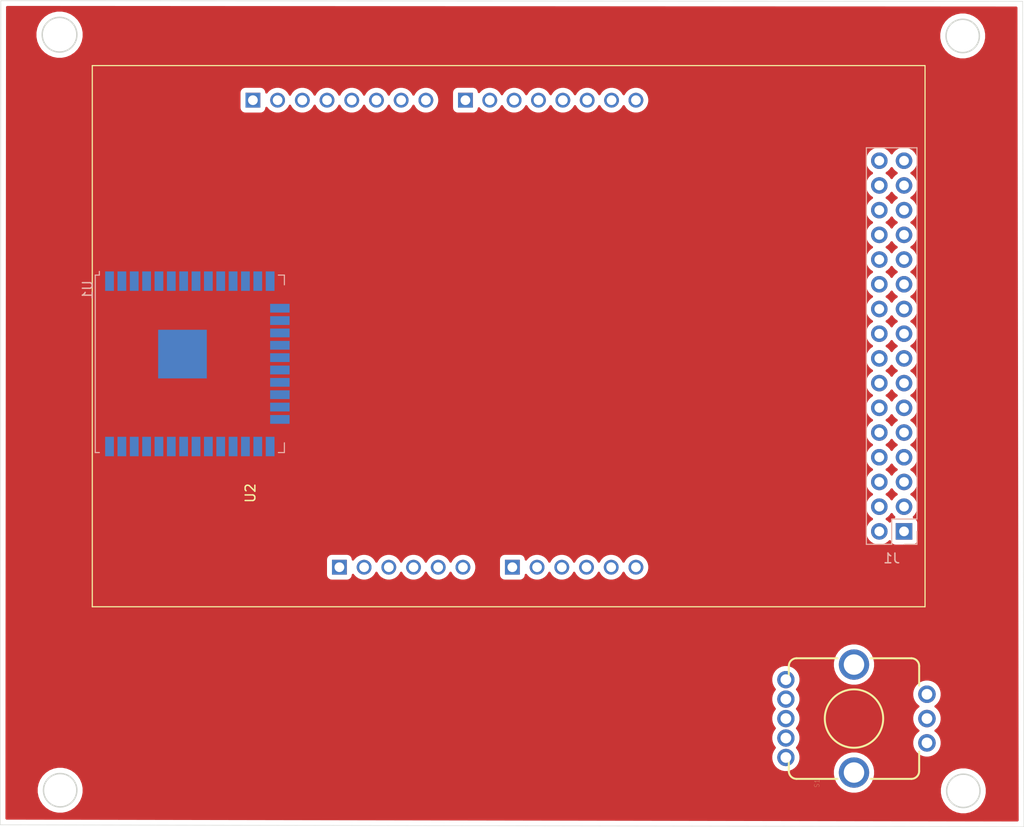
<source format=kicad_pcb>
(kicad_pcb (version 20171130) (host pcbnew "(5.1.7)-1")

  (general
    (thickness 1.6)
    (drawings 12)
    (tracks 0)
    (zones 0)
    (modules 4)
    (nets 77)
  )

  (page A4)
  (layers
    (0 F.Cu signal)
    (31 B.Cu signal)
    (32 B.Adhes user)
    (33 F.Adhes user)
    (34 B.Paste user)
    (35 F.Paste user)
    (36 B.SilkS user)
    (37 F.SilkS user)
    (38 B.Mask user)
    (39 F.Mask user)
    (40 Dwgs.User user)
    (41 Cmts.User user)
    (42 Eco1.User user)
    (43 Eco2.User user)
    (44 Edge.Cuts user)
    (45 Margin user)
    (46 B.CrtYd user)
    (47 F.CrtYd user)
    (48 B.Fab user)
    (49 F.Fab user)
  )

  (setup
    (last_trace_width 0.25)
    (trace_clearance 0.2)
    (zone_clearance 0.508)
    (zone_45_only no)
    (trace_min 0.2)
    (via_size 0.8)
    (via_drill 0.4)
    (via_min_size 0.4)
    (via_min_drill 0.3)
    (uvia_size 0.3)
    (uvia_drill 0.1)
    (uvias_allowed no)
    (uvia_min_size 0.2)
    (uvia_min_drill 0.1)
    (edge_width 0.05)
    (segment_width 0.2)
    (pcb_text_width 0.3)
    (pcb_text_size 1.5 1.5)
    (mod_edge_width 0.12)
    (mod_text_size 1 1)
    (mod_text_width 0.15)
    (pad_size 1.524 1.524)
    (pad_drill 0.762)
    (pad_to_mask_clearance 0)
    (aux_axis_origin 0 0)
    (visible_elements FFFFFF7F)
    (pcbplotparams
      (layerselection 0x010fc_ffffffff)
      (usegerberextensions false)
      (usegerberattributes true)
      (usegerberadvancedattributes true)
      (creategerberjobfile true)
      (excludeedgelayer true)
      (linewidth 0.100000)
      (plotframeref false)
      (viasonmask false)
      (mode 1)
      (useauxorigin false)
      (hpglpennumber 1)
      (hpglpenspeed 20)
      (hpglpendiameter 15.000000)
      (psnegative false)
      (psa4output false)
      (plotreference true)
      (plotvalue true)
      (plotinvisibletext false)
      (padsonsilk false)
      (subtractmaskfromsilk false)
      (outputformat 1)
      (mirror false)
      (drillshape 1)
      (scaleselection 1)
      (outputdirectory ""))
  )

  (net 0 "")
  (net 1 "Net-(J1-Pad1)")
  (net 2 "Net-(J1-Pad2)")
  (net 3 "Net-(J1-Pad3)")
  (net 4 "Net-(J1-Pad4)")
  (net 5 "Net-(J1-Pad5)")
  (net 6 "Net-(J1-Pad6)")
  (net 7 "Net-(J1-Pad7)")
  (net 8 "Net-(J1-Pad8)")
  (net 9 "Net-(J1-Pad9)")
  (net 10 "Net-(J1-Pad10)")
  (net 11 "Net-(J1-Pad11)")
  (net 12 "Net-(J1-Pad12)")
  (net 13 "Net-(J1-Pad13)")
  (net 14 "Net-(J1-Pad14)")
  (net 15 "Net-(J1-Pad15)")
  (net 16 "Net-(J1-Pad16)")
  (net 17 "Net-(J1-Pad17)")
  (net 18 "Net-(J1-Pad18)")
  (net 19 "Net-(J1-Pad19)")
  (net 20 "Net-(J1-Pad20)")
  (net 21 "Net-(J1-Pad21)")
  (net 22 "Net-(J1-Pad22)")
  (net 23 "Net-(J1-Pad23)")
  (net 24 "Net-(J1-Pad24)")
  (net 25 "Net-(J1-Pad25)")
  (net 26 "Net-(J1-Pad26)")
  (net 27 "Net-(J1-Pad27)")
  (net 28 "Net-(J1-Pad28)")
  (net 29 "Net-(J1-Pad29)")
  (net 30 "Net-(J1-Pad30)")
  (net 31 "Net-(J1-Pad31)")
  (net 32 "Net-(J1-Pad32)")
  (net 33 /Drehencoder/vcc?)
  (net 34 /Drehencoder/Rot_masse)
  (net 35 /Drehencoder/blau_masse)
  (net 36 /Drehencoder/gruen_masse)
  (net 37 /Drehencoder/schalter_masse)
  (net 38 /Drehencoder/Potti_B)
  (net 39 /Drehencoder/Potti_C)
  (net 40 /Drehencoder/Potti_A)
  (net 41 "Net-(U1-Pad1)")
  (net 42 "Net-(U1-Pad2)")
  (net 43 "Net-(U1-Pad3)")
  (net 44 "Net-(U1-Pad4)")
  (net 45 "Net-(U1-Pad5)")
  (net 46 "Net-(U1-Pad6)")
  (net 47 "Net-(U1-Pad7)")
  (net 48 "Net-(U1-Pad8)")
  (net 49 "Net-(U1-Pad9)")
  (net 50 "Net-(U1-Pad10)")
  (net 51 "Net-(U1-Pad11)")
  (net 52 "Net-(U1-Pad12)")
  (net 53 "Net-(U1-Pad13)")
  (net 54 "Net-(U1-Pad14)")
  (net 55 "Net-(U1-Pad16)")
  (net 56 "Net-(U1-Pad17)")
  (net 57 "Net-(U1-Pad18)")
  (net 58 "Net-(U1-Pad19)")
  (net 59 "Net-(U1-Pad20)")
  (net 60 "Net-(U1-Pad21)")
  (net 61 "Net-(U1-Pad22)")
  (net 62 "Net-(U1-Pad23)")
  (net 63 "Net-(U1-Pad24)")
  (net 64 "Net-(U1-Pad25)")
  (net 65 "Net-(U1-Pad26)")
  (net 66 "Net-(U1-Pad27)")
  (net 67 "Net-(U1-Pad28)")
  (net 68 "Net-(U1-Pad29)")
  (net 69 "Net-(U1-Pad30)")
  (net 70 "Net-(U1-Pad31)")
  (net 71 "Net-(U1-Pad32)")
  (net 72 "Net-(U1-Pad33)")
  (net 73 "Net-(U1-Pad34)")
  (net 74 "Net-(U1-Pad35)")
  (net 75 "Net-(U1-Pad36)")
  (net 76 "Net-(U1-Pad37)")

  (net_class Default "This is the default net class."
    (clearance 0.2)
    (trace_width 0.25)
    (via_dia 0.8)
    (via_drill 0.4)
    (uvia_dia 0.3)
    (uvia_drill 0.1)
    (add_net /Drehencoder/Potti_A)
    (add_net /Drehencoder/Potti_B)
    (add_net /Drehencoder/Potti_C)
    (add_net /Drehencoder/Rot_masse)
    (add_net /Drehencoder/blau_masse)
    (add_net /Drehencoder/gruen_masse)
    (add_net /Drehencoder/schalter_masse)
    (add_net /Drehencoder/vcc?)
    (add_net "Net-(J1-Pad1)")
    (add_net "Net-(J1-Pad10)")
    (add_net "Net-(J1-Pad11)")
    (add_net "Net-(J1-Pad12)")
    (add_net "Net-(J1-Pad13)")
    (add_net "Net-(J1-Pad14)")
    (add_net "Net-(J1-Pad15)")
    (add_net "Net-(J1-Pad16)")
    (add_net "Net-(J1-Pad17)")
    (add_net "Net-(J1-Pad18)")
    (add_net "Net-(J1-Pad19)")
    (add_net "Net-(J1-Pad2)")
    (add_net "Net-(J1-Pad20)")
    (add_net "Net-(J1-Pad21)")
    (add_net "Net-(J1-Pad22)")
    (add_net "Net-(J1-Pad23)")
    (add_net "Net-(J1-Pad24)")
    (add_net "Net-(J1-Pad25)")
    (add_net "Net-(J1-Pad26)")
    (add_net "Net-(J1-Pad27)")
    (add_net "Net-(J1-Pad28)")
    (add_net "Net-(J1-Pad29)")
    (add_net "Net-(J1-Pad3)")
    (add_net "Net-(J1-Pad30)")
    (add_net "Net-(J1-Pad31)")
    (add_net "Net-(J1-Pad32)")
    (add_net "Net-(J1-Pad4)")
    (add_net "Net-(J1-Pad5)")
    (add_net "Net-(J1-Pad6)")
    (add_net "Net-(J1-Pad7)")
    (add_net "Net-(J1-Pad8)")
    (add_net "Net-(J1-Pad9)")
    (add_net "Net-(U1-Pad1)")
    (add_net "Net-(U1-Pad10)")
    (add_net "Net-(U1-Pad11)")
    (add_net "Net-(U1-Pad12)")
    (add_net "Net-(U1-Pad13)")
    (add_net "Net-(U1-Pad14)")
    (add_net "Net-(U1-Pad16)")
    (add_net "Net-(U1-Pad17)")
    (add_net "Net-(U1-Pad18)")
    (add_net "Net-(U1-Pad19)")
    (add_net "Net-(U1-Pad2)")
    (add_net "Net-(U1-Pad20)")
    (add_net "Net-(U1-Pad21)")
    (add_net "Net-(U1-Pad22)")
    (add_net "Net-(U1-Pad23)")
    (add_net "Net-(U1-Pad24)")
    (add_net "Net-(U1-Pad25)")
    (add_net "Net-(U1-Pad26)")
    (add_net "Net-(U1-Pad27)")
    (add_net "Net-(U1-Pad28)")
    (add_net "Net-(U1-Pad29)")
    (add_net "Net-(U1-Pad3)")
    (add_net "Net-(U1-Pad30)")
    (add_net "Net-(U1-Pad31)")
    (add_net "Net-(U1-Pad32)")
    (add_net "Net-(U1-Pad33)")
    (add_net "Net-(U1-Pad34)")
    (add_net "Net-(U1-Pad35)")
    (add_net "Net-(U1-Pad36)")
    (add_net "Net-(U1-Pad37)")
    (add_net "Net-(U1-Pad4)")
    (add_net "Net-(U1-Pad5)")
    (add_net "Net-(U1-Pad6)")
    (add_net "Net-(U1-Pad7)")
    (add_net "Net-(U1-Pad8)")
    (add_net "Net-(U1-Pad9)")
  )

  (module EZ-PY32:kuman_display_3.5zoll (layer F.Cu) (tedit 5FB2E04B) (tstamp 5FB359CD)
    (at 36.83 100.076 90)
    (path /5FA82B82/5FB3F30C)
    (fp_text reference U2 (at 11.684 16.256 90) (layer F.SilkS)
      (effects (font (size 1 1) (thickness 0.15)))
    )
    (fp_text value 3.5"TFT_LCD_Shield (at 21.844 21.336 90) (layer F.Fab)
      (effects (font (size 1 1) (thickness 0.15)))
    )
    (fp_line (start 0 0) (end 55.626 0) (layer F.SilkS) (width 0.12))
    (fp_line (start 55.626 0) (end 55.626 85.598) (layer F.SilkS) (width 0.12))
    (fp_line (start 55.626 85.598) (end 0 85.598) (layer F.SilkS) (width 0.12))
    (fp_line (start 0 85.598) (end 0 0) (layer F.SilkS) (width 0.12))
    (pad 28 thru_hole circle (at 52.07 55.88 90) (size 1.524 1.524) (drill 1) (layers *.Cu *.Mask))
    (pad 27 thru_hole circle (at 52.07 53.376284 90) (size 1.524 1.524) (drill 1) (layers *.Cu *.Mask))
    (pad 26 thru_hole circle (at 52.07 50.87257 90) (size 1.524 1.524) (drill 1) (layers *.Cu *.Mask))
    (pad 25 thru_hole circle (at 52.07 48.368856 90) (size 1.524 1.524) (drill 1) (layers *.Cu *.Mask))
    (pad 24 thru_hole circle (at 52.07 45.865142 90) (size 1.524 1.524) (drill 1) (layers *.Cu *.Mask))
    (pad 23 thru_hole circle (at 52.07 43.361428 90) (size 1.524 1.524) (drill 1) (layers *.Cu *.Mask))
    (pad 22 thru_hole circle (at 52.07 40.857714 90) (size 1.524 1.524) (drill 1) (layers *.Cu *.Mask))
    (pad 21 thru_hole rect (at 52.07 38.354 90) (size 1.524 1.524) (drill 1) (layers *.Cu *.Mask))
    (pad 20 thru_hole circle (at 52.07 34.29 90) (size 1.524 1.524) (drill 1) (layers *.Cu *.Mask))
    (pad 19 thru_hole circle (at 52.07 31.75 90) (size 1.524 1.524) (drill 1) (layers *.Cu *.Mask))
    (pad 18 thru_hole circle (at 52.07 29.21 90) (size 1.524 1.524) (drill 1) (layers *.Cu *.Mask))
    (pad 17 thru_hole circle (at 52.07 26.67 90) (size 1.524 1.524) (drill 1) (layers *.Cu *.Mask))
    (pad 16 thru_hole circle (at 52.07 24.13 90) (size 1.524 1.524) (drill 1) (layers *.Cu *.Mask))
    (pad 15 thru_hole circle (at 52.07 21.59 90) (size 1.524 1.524) (drill 1) (layers *.Cu *.Mask))
    (pad 14 thru_hole circle (at 52.07 19.05 90) (size 1.524 1.524) (drill 1) (layers *.Cu *.Mask))
    (pad 13 thru_hole rect (at 52.07 16.51 90) (size 1.524 1.524) (drill 1) (layers *.Cu *.Mask))
    (pad 12 thru_hole circle (at 4.064 55.88 90) (size 1.524 1.524) (drill 1) (layers *.Cu *.Mask))
    (pad 11 thru_hole circle (at 4.064 53.34 90) (size 1.524 1.524) (drill 1) (layers *.Cu *.Mask))
    (pad 10 thru_hole circle (at 4.064 50.8 90) (size 1.524 1.524) (drill 1) (layers *.Cu *.Mask))
    (pad 9 thru_hole circle (at 4.064 48.26 90) (size 1.524 1.524) (drill 1) (layers *.Cu *.Mask))
    (pad 8 thru_hole circle (at 4.064 45.72 90) (size 1.524 1.524) (drill 1) (layers *.Cu *.Mask))
    (pad 7 thru_hole rect (at 4.064 43.18 90) (size 1.524 1.524) (drill 1) (layers *.Cu *.Mask))
    (pad 6 thru_hole circle (at 4.064 38.1 90) (size 1.524 1.524) (drill 1) (layers *.Cu *.Mask))
    (pad 5 thru_hole circle (at 4.064 35.56 90) (size 1.524 1.524) (drill 1) (layers *.Cu *.Mask))
    (pad 4 thru_hole circle (at 4.064 33.02 90) (size 1.524 1.524) (drill 1) (layers *.Cu *.Mask))
    (pad 3 thru_hole circle (at 4.064 30.48 90) (size 1.524 1.524) (drill 1) (layers *.Cu *.Mask))
    (pad 2 thru_hole circle (at 4.064 27.94 90) (size 1.524 1.524) (drill 1) (layers *.Cu *.Mask))
    (pad 1 thru_hole rect (at 4.064 25.4 90) (size 1.524 1.524) (drill 1) (layers *.Cu *.Mask))
  )

  (module Connector_PinSocket_2.54mm:PinSocket_2x16_P2.54mm_Vertical (layer B.Cu) (tedit 5A19A424) (tstamp 5FB3594B)
    (at 120.269 92.329)
    (descr "Through hole straight socket strip, 2x16, 2.54mm pitch, double cols (from Kicad 4.0.7), script generated")
    (tags "Through hole socket strip THT 2x16 2.54mm double row")
    (path /5FA8E542/5FB46027)
    (fp_text reference J1 (at -1.27 2.77) (layer B.SilkS)
      (effects (font (size 1 1) (thickness 0.15)) (justify mirror))
    )
    (fp_text value Conn_02x16_Odd_Even (at -1.27 -40.87) (layer B.Fab)
      (effects (font (size 1 1) (thickness 0.15)) (justify mirror))
    )
    (fp_line (start -4.34 -39.9) (end -4.34 1.8) (layer B.CrtYd) (width 0.05))
    (fp_line (start 1.76 -39.9) (end -4.34 -39.9) (layer B.CrtYd) (width 0.05))
    (fp_line (start 1.76 1.8) (end 1.76 -39.9) (layer B.CrtYd) (width 0.05))
    (fp_line (start -4.34 1.8) (end 1.76 1.8) (layer B.CrtYd) (width 0.05))
    (fp_line (start 0 1.33) (end 1.33 1.33) (layer B.SilkS) (width 0.12))
    (fp_line (start 1.33 1.33) (end 1.33 0) (layer B.SilkS) (width 0.12))
    (fp_line (start -1.27 1.33) (end -1.27 -1.27) (layer B.SilkS) (width 0.12))
    (fp_line (start -1.27 -1.27) (end 1.33 -1.27) (layer B.SilkS) (width 0.12))
    (fp_line (start 1.33 -1.27) (end 1.33 -39.43) (layer B.SilkS) (width 0.12))
    (fp_line (start -3.87 -39.43) (end 1.33 -39.43) (layer B.SilkS) (width 0.12))
    (fp_line (start -3.87 1.33) (end -3.87 -39.43) (layer B.SilkS) (width 0.12))
    (fp_line (start -3.87 1.33) (end -1.27 1.33) (layer B.SilkS) (width 0.12))
    (fp_line (start -3.81 -39.37) (end -3.81 1.27) (layer B.Fab) (width 0.1))
    (fp_line (start 1.27 -39.37) (end -3.81 -39.37) (layer B.Fab) (width 0.1))
    (fp_line (start 1.27 0.27) (end 1.27 -39.37) (layer B.Fab) (width 0.1))
    (fp_line (start 0.27 1.27) (end 1.27 0.27) (layer B.Fab) (width 0.1))
    (fp_line (start -3.81 1.27) (end 0.27 1.27) (layer B.Fab) (width 0.1))
    (fp_text user %R (at -1.27 -19.05 -90) (layer B.Fab)
      (effects (font (size 1 1) (thickness 0.15)) (justify mirror))
    )
    (pad 1 thru_hole rect (at 0 0) (size 1.7 1.7) (drill 1) (layers *.Cu *.Mask)
      (net 1 "Net-(J1-Pad1)"))
    (pad 2 thru_hole oval (at -2.54 0) (size 1.7 1.7) (drill 1) (layers *.Cu *.Mask)
      (net 2 "Net-(J1-Pad2)"))
    (pad 3 thru_hole oval (at 0 -2.54) (size 1.7 1.7) (drill 1) (layers *.Cu *.Mask)
      (net 3 "Net-(J1-Pad3)"))
    (pad 4 thru_hole oval (at -2.54 -2.54) (size 1.7 1.7) (drill 1) (layers *.Cu *.Mask)
      (net 4 "Net-(J1-Pad4)"))
    (pad 5 thru_hole oval (at 0 -5.08) (size 1.7 1.7) (drill 1) (layers *.Cu *.Mask)
      (net 5 "Net-(J1-Pad5)"))
    (pad 6 thru_hole oval (at -2.54 -5.08) (size 1.7 1.7) (drill 1) (layers *.Cu *.Mask)
      (net 6 "Net-(J1-Pad6)"))
    (pad 7 thru_hole oval (at 0 -7.62) (size 1.7 1.7) (drill 1) (layers *.Cu *.Mask)
      (net 7 "Net-(J1-Pad7)"))
    (pad 8 thru_hole oval (at -2.54 -7.62) (size 1.7 1.7) (drill 1) (layers *.Cu *.Mask)
      (net 8 "Net-(J1-Pad8)"))
    (pad 9 thru_hole oval (at 0 -10.16) (size 1.7 1.7) (drill 1) (layers *.Cu *.Mask)
      (net 9 "Net-(J1-Pad9)"))
    (pad 10 thru_hole oval (at -2.54 -10.16) (size 1.7 1.7) (drill 1) (layers *.Cu *.Mask)
      (net 10 "Net-(J1-Pad10)"))
    (pad 11 thru_hole oval (at 0 -12.7) (size 1.7 1.7) (drill 1) (layers *.Cu *.Mask)
      (net 11 "Net-(J1-Pad11)"))
    (pad 12 thru_hole oval (at -2.54 -12.7) (size 1.7 1.7) (drill 1) (layers *.Cu *.Mask)
      (net 12 "Net-(J1-Pad12)"))
    (pad 13 thru_hole oval (at 0 -15.24) (size 1.7 1.7) (drill 1) (layers *.Cu *.Mask)
      (net 13 "Net-(J1-Pad13)"))
    (pad 14 thru_hole oval (at -2.54 -15.24) (size 1.7 1.7) (drill 1) (layers *.Cu *.Mask)
      (net 14 "Net-(J1-Pad14)"))
    (pad 15 thru_hole oval (at 0 -17.78) (size 1.7 1.7) (drill 1) (layers *.Cu *.Mask)
      (net 15 "Net-(J1-Pad15)"))
    (pad 16 thru_hole oval (at -2.54 -17.78) (size 1.7 1.7) (drill 1) (layers *.Cu *.Mask)
      (net 16 "Net-(J1-Pad16)"))
    (pad 17 thru_hole oval (at 0 -20.32) (size 1.7 1.7) (drill 1) (layers *.Cu *.Mask)
      (net 17 "Net-(J1-Pad17)"))
    (pad 18 thru_hole oval (at -2.54 -20.32) (size 1.7 1.7) (drill 1) (layers *.Cu *.Mask)
      (net 18 "Net-(J1-Pad18)"))
    (pad 19 thru_hole oval (at 0 -22.86) (size 1.7 1.7) (drill 1) (layers *.Cu *.Mask)
      (net 19 "Net-(J1-Pad19)"))
    (pad 20 thru_hole oval (at -2.54 -22.86) (size 1.7 1.7) (drill 1) (layers *.Cu *.Mask)
      (net 20 "Net-(J1-Pad20)"))
    (pad 21 thru_hole oval (at 0 -25.4) (size 1.7 1.7) (drill 1) (layers *.Cu *.Mask)
      (net 21 "Net-(J1-Pad21)"))
    (pad 22 thru_hole oval (at -2.54 -25.4) (size 1.7 1.7) (drill 1) (layers *.Cu *.Mask)
      (net 22 "Net-(J1-Pad22)"))
    (pad 23 thru_hole oval (at 0 -27.94) (size 1.7 1.7) (drill 1) (layers *.Cu *.Mask)
      (net 23 "Net-(J1-Pad23)"))
    (pad 24 thru_hole oval (at -2.54 -27.94) (size 1.7 1.7) (drill 1) (layers *.Cu *.Mask)
      (net 24 "Net-(J1-Pad24)"))
    (pad 25 thru_hole oval (at 0 -30.48) (size 1.7 1.7) (drill 1) (layers *.Cu *.Mask)
      (net 25 "Net-(J1-Pad25)"))
    (pad 26 thru_hole oval (at -2.54 -30.48) (size 1.7 1.7) (drill 1) (layers *.Cu *.Mask)
      (net 26 "Net-(J1-Pad26)"))
    (pad 27 thru_hole oval (at 0 -33.02) (size 1.7 1.7) (drill 1) (layers *.Cu *.Mask)
      (net 27 "Net-(J1-Pad27)"))
    (pad 28 thru_hole oval (at -2.54 -33.02) (size 1.7 1.7) (drill 1) (layers *.Cu *.Mask)
      (net 28 "Net-(J1-Pad28)"))
    (pad 29 thru_hole oval (at 0 -35.56) (size 1.7 1.7) (drill 1) (layers *.Cu *.Mask)
      (net 29 "Net-(J1-Pad29)"))
    (pad 30 thru_hole oval (at -2.54 -35.56) (size 1.7 1.7) (drill 1) (layers *.Cu *.Mask)
      (net 30 "Net-(J1-Pad30)"))
    (pad 31 thru_hole oval (at 0 -38.1) (size 1.7 1.7) (drill 1) (layers *.Cu *.Mask)
      (net 31 "Net-(J1-Pad31)"))
    (pad 32 thru_hole oval (at -2.54 -38.1) (size 1.7 1.7) (drill 1) (layers *.Cu *.Mask)
      (net 32 "Net-(J1-Pad32)"))
    (model ${KISYS3DMOD}/Connector_PinSocket_2.54mm.3dshapes/PinSocket_2x16_P2.54mm_Vertical.wrl
      (at (xyz 0 0 0))
      (scale (xyz 1 1 1))
      (rotate (xyz 0 0 0))
    )
  )

  (module EZ-PY32:ENCODER_LED_3 (layer F.Cu) (tedit 5FB15FBA) (tstamp 5FB3596A)
    (at 115.1255 111.5695 90)
    (path /5FA8E4B9/5FB17223)
    (fp_text reference S1 (at -6.6548 -3.81 270) (layer F.SilkS)
      (effects (font (size 0.48 0.48) (thickness 0.015)))
    )
    (fp_text value ENCODER-RGB-SWITCH (at 6.6548 -3.81 270) (layer F.Fab)
      (effects (font (size 0.48 0.48) (thickness 0.015)))
    )
    (fp_circle (center 0 0) (end 3 0) (layer F.SilkS) (width 0.2032))
    (fp_line (start -6.2 1.7) (end -6.2 5.8938) (layer F.SilkS) (width 0.2032))
    (fp_line (start -5.3938 6.7) (end -3.4 6.7) (layer F.SilkS) (width 0.2032))
    (fp_line (start 5.3938 6.7) (end 3.4 6.7) (layer F.SilkS) (width 0.2032))
    (fp_line (start 6.2 1.7) (end 6.2 5.8938) (layer F.SilkS) (width 0.2032))
    (fp_line (start 6.2 -1.7) (end 6.2 -5.8938) (layer F.SilkS) (width 0.2032))
    (fp_line (start 5.3938 -6.7) (end 3.9 -6.7) (layer F.SilkS) (width 0.2032))
    (fp_line (start 6.2 -1.7) (end 6.2 1.7) (layer F.Fab) (width 0.2032))
    (fp_line (start -6.2 1.7) (end -6.2 -1.7) (layer F.Fab) (width 0.2032))
    (fp_line (start 3.4 6.7) (end -3.4 6.7) (layer F.Fab) (width 0.2032))
    (fp_line (start -5.3938 -6.7) (end -3.9 -6.7) (layer F.SilkS) (width 0.2032))
    (fp_line (start -6.2 -1.7) (end -6.2 -5.8938) (layer F.SilkS) (width 0.2032))
    (fp_line (start -3.9 -6.7) (end 3.9 -6.7) (layer F.Fab) (width 0.2032))
    (fp_arc (start -5.3938 5.8938) (end -5.3938 6.7) (angle 90) (layer F.SilkS) (width 0.2032))
    (fp_arc (start 5.3938 5.8938) (end 5.3938 6.7) (angle -90) (layer F.SilkS) (width 0.2032))
    (fp_arc (start 5.3938 -5.8938) (end 5.3938 -6.7) (angle 90) (layer F.SilkS) (width 0.2032))
    (fp_arc (start -5.3938 -5.8938) (end -5.3938 -6.7) (angle -90) (layer F.SilkS) (width 0.2032))
    (pad 5 thru_hole circle (at 4 -7 90) (size 1.778 1.778) (drill 1.1) (layers *.Cu *.Mask)
      (net 33 /Drehencoder/vcc?))
    (pad 1 thru_hole circle (at -4 -7 90) (size 1.778 1.778) (drill 1.1) (layers *.Cu *.Mask)
      (net 34 /Drehencoder/Rot_masse))
    (pad 4 thru_hole circle (at 2 -7 90) (size 1.778 1.778) (drill 1.1) (layers *.Cu *.Mask)
      (net 35 /Drehencoder/blau_masse))
    (pad M2 thru_hole circle (at 5.55 0 90) (size 3.116 3.116) (drill 2.1) (layers *.Cu *.Mask))
    (pad M1 thru_hole circle (at -5.55 0 90) (size 3.116 3.116) (drill 2.1) (layers *.Cu *.Mask))
    (pad 2 thru_hole circle (at -2 -7 90) (size 1.778 1.778) (drill 1.1) (layers *.Cu *.Mask)
      (net 36 /Drehencoder/gruen_masse))
    (pad 3 thru_hole circle (at 0 -7 90) (size 1.778 1.778) (drill 1.1) (layers *.Cu *.Mask)
      (net 37 /Drehencoder/schalter_masse))
    (pad B thru_hole circle (at 2.5 7.5 90) (size 1.8 1.8) (drill 1.1) (layers *.Cu *.Mask)
      (net 38 /Drehencoder/Potti_B))
    (pad C thru_hole circle (at 0 7.5 90) (size 1.8 1.8) (drill 1.1) (layers *.Cu *.Mask)
      (net 39 /Drehencoder/Potti_C))
    (pad A thru_hole circle (at -2.5 7.5 90) (size 1.8 1.8) (drill 1.1) (layers *.Cu *.Mask)
      (net 40 /Drehencoder/Potti_A))
  )

  (module RF_Module:ESP32-WROOM-32U (layer B.Cu) (tedit 5B5B4734) (tstamp 5FB359A9)
    (at 46.856 75.1045 270)
    (descr "Single 2.4 GHz Wi-Fi and Bluetooth combo chip with U.FL connector, https://www.espressif.com/sites/default/files/documentation/esp32-wroom-32d_esp32-wroom-32u_datasheet_en.pdf")
    (tags "Single 2.4 GHz Wi-Fi and Bluetooth combo  chip")
    (path /5FA74415)
    (attr smd)
    (fp_text reference U1 (at -7.58 10.5 270) (layer B.SilkS)
      (effects (font (size 1 1) (thickness 0.15)) (justify mirror))
    )
    (fp_text value ESP32-WROOM-32U (at 0 -11.5 90) (layer B.Fab)
      (effects (font (size 1 1) (thickness 0.15)) (justify mirror))
    )
    (fp_line (start -9.12 9.3) (end -9.5 9.3) (layer B.SilkS) (width 0.12))
    (fp_line (start -9.12 9.72) (end -9.12 9.3) (layer B.SilkS) (width 0.12))
    (fp_line (start 9.12 9.72) (end 9.12 9.3) (layer B.SilkS) (width 0.12))
    (fp_line (start -9.12 9.72) (end 9.12 9.72) (layer B.SilkS) (width 0.12))
    (fp_line (start 9.12 -9.72) (end 8.12 -9.72) (layer B.SilkS) (width 0.12))
    (fp_line (start 9.12 -9.1) (end 9.12 -9.72) (layer B.SilkS) (width 0.12))
    (fp_line (start -9.12 -9.72) (end -8.12 -9.72) (layer B.SilkS) (width 0.12))
    (fp_line (start -9.12 -9.1) (end -9.12 -9.72) (layer B.SilkS) (width 0.12))
    (fp_line (start 9.75 9.85) (end -9.75 9.85) (layer B.CrtYd) (width 0.05))
    (fp_line (start -9 8) (end -8.5 8.5) (layer B.Fab) (width 0.1))
    (fp_line (start -8.5 8.5) (end -9 9) (layer B.Fab) (width 0.1))
    (fp_line (start -9 8) (end -9 -9.6) (layer B.Fab) (width 0.1))
    (fp_line (start 9.75 9.85) (end 9.75 -10.5) (layer B.CrtYd) (width 0.05))
    (fp_line (start -9.75 -10.5) (end 9.75 -10.5) (layer B.CrtYd) (width 0.05))
    (fp_line (start -9.75 -10.5) (end -9.75 9.85) (layer B.CrtYd) (width 0.05))
    (fp_line (start -9 9.6) (end 9 9.6) (layer B.Fab) (width 0.1))
    (fp_line (start -9 9.6) (end -9 9) (layer B.Fab) (width 0.1))
    (fp_line (start -9 -9.6) (end 9 -9.6) (layer B.Fab) (width 0.1))
    (fp_line (start 9 -9.6) (end 9 9.6) (layer B.Fab) (width 0.1))
    (fp_text user %R (at 0 0 90) (layer B.Fab)
      (effects (font (size 1 1) (thickness 0.15)) (justify mirror))
    )
    (pad 39 smd rect (at -1 0.755 270) (size 5 5) (layers B.Cu B.Paste B.Mask)
      (net 41 "Net-(U1-Pad1)"))
    (pad 1 smd rect (at -8.5 8.255 270) (size 2 0.9) (layers B.Cu B.Paste B.Mask)
      (net 41 "Net-(U1-Pad1)"))
    (pad 2 smd rect (at -8.5 6.985 270) (size 2 0.9) (layers B.Cu B.Paste B.Mask)
      (net 42 "Net-(U1-Pad2)"))
    (pad 3 smd rect (at -8.5 5.715 270) (size 2 0.9) (layers B.Cu B.Paste B.Mask)
      (net 43 "Net-(U1-Pad3)"))
    (pad 4 smd rect (at -8.5 4.445 270) (size 2 0.9) (layers B.Cu B.Paste B.Mask)
      (net 44 "Net-(U1-Pad4)"))
    (pad 5 smd rect (at -8.5 3.175 270) (size 2 0.9) (layers B.Cu B.Paste B.Mask)
      (net 45 "Net-(U1-Pad5)"))
    (pad 6 smd rect (at -8.5 1.905 270) (size 2 0.9) (layers B.Cu B.Paste B.Mask)
      (net 46 "Net-(U1-Pad6)"))
    (pad 7 smd rect (at -8.5 0.635 270) (size 2 0.9) (layers B.Cu B.Paste B.Mask)
      (net 47 "Net-(U1-Pad7)"))
    (pad 8 smd rect (at -8.5 -0.635 270) (size 2 0.9) (layers B.Cu B.Paste B.Mask)
      (net 48 "Net-(U1-Pad8)"))
    (pad 9 smd rect (at -8.5 -1.905 270) (size 2 0.9) (layers B.Cu B.Paste B.Mask)
      (net 49 "Net-(U1-Pad9)"))
    (pad 10 smd rect (at -8.5 -3.175 270) (size 2 0.9) (layers B.Cu B.Paste B.Mask)
      (net 50 "Net-(U1-Pad10)"))
    (pad 11 smd rect (at -8.5 -4.445 270) (size 2 0.9) (layers B.Cu B.Paste B.Mask)
      (net 51 "Net-(U1-Pad11)"))
    (pad 12 smd rect (at -8.5 -5.715 270) (size 2 0.9) (layers B.Cu B.Paste B.Mask)
      (net 52 "Net-(U1-Pad12)"))
    (pad 13 smd rect (at -8.5 -6.985 270) (size 2 0.9) (layers B.Cu B.Paste B.Mask)
      (net 53 "Net-(U1-Pad13)"))
    (pad 14 smd rect (at -8.5 -8.255 270) (size 2 0.9) (layers B.Cu B.Paste B.Mask)
      (net 54 "Net-(U1-Pad14)"))
    (pad 15 smd rect (at -5.715 -9.255) (size 2 0.9) (layers B.Cu B.Paste B.Mask)
      (net 41 "Net-(U1-Pad1)"))
    (pad 16 smd rect (at -4.445 -9.255 180) (size 2 0.9) (layers B.Cu B.Paste B.Mask)
      (net 55 "Net-(U1-Pad16)"))
    (pad 17 smd rect (at -3.175 -9.255 180) (size 2 0.9) (layers B.Cu B.Paste B.Mask)
      (net 56 "Net-(U1-Pad17)"))
    (pad 18 smd rect (at -1.905 -9.255 180) (size 2 0.9) (layers B.Cu B.Paste B.Mask)
      (net 57 "Net-(U1-Pad18)"))
    (pad 19 smd rect (at -0.635 -9.255 180) (size 2 0.9) (layers B.Cu B.Paste B.Mask)
      (net 58 "Net-(U1-Pad19)"))
    (pad 20 smd rect (at 0.635 -9.255 180) (size 2 0.9) (layers B.Cu B.Paste B.Mask)
      (net 59 "Net-(U1-Pad20)"))
    (pad 21 smd rect (at 1.905 -9.255 180) (size 2 0.9) (layers B.Cu B.Paste B.Mask)
      (net 60 "Net-(U1-Pad21)"))
    (pad 22 smd rect (at 3.175 -9.255 180) (size 2 0.9) (layers B.Cu B.Paste B.Mask)
      (net 61 "Net-(U1-Pad22)"))
    (pad 23 smd rect (at 4.445 -9.255 180) (size 2 0.9) (layers B.Cu B.Paste B.Mask)
      (net 62 "Net-(U1-Pad23)"))
    (pad 24 smd rect (at 5.715 -9.255 180) (size 2 0.9) (layers B.Cu B.Paste B.Mask)
      (net 63 "Net-(U1-Pad24)"))
    (pad 25 smd rect (at 8.5 -8.255 270) (size 2 0.9) (layers B.Cu B.Paste B.Mask)
      (net 64 "Net-(U1-Pad25)"))
    (pad 26 smd rect (at 8.5 -6.985 270) (size 2 0.9) (layers B.Cu B.Paste B.Mask)
      (net 65 "Net-(U1-Pad26)"))
    (pad 27 smd rect (at 8.5 -5.715 270) (size 2 0.9) (layers B.Cu B.Paste B.Mask)
      (net 66 "Net-(U1-Pad27)"))
    (pad 28 smd rect (at 8.5 -4.445 270) (size 2 0.9) (layers B.Cu B.Paste B.Mask)
      (net 67 "Net-(U1-Pad28)"))
    (pad 29 smd rect (at 8.5 -3.175 270) (size 2 0.9) (layers B.Cu B.Paste B.Mask)
      (net 68 "Net-(U1-Pad29)"))
    (pad 30 smd rect (at 8.5 -1.905 270) (size 2 0.9) (layers B.Cu B.Paste B.Mask)
      (net 69 "Net-(U1-Pad30)"))
    (pad 31 smd rect (at 8.5 -0.635 270) (size 2 0.9) (layers B.Cu B.Paste B.Mask)
      (net 70 "Net-(U1-Pad31)"))
    (pad 32 smd rect (at 8.5 0.635 270) (size 2 0.9) (layers B.Cu B.Paste B.Mask)
      (net 71 "Net-(U1-Pad32)"))
    (pad 33 smd rect (at 8.5 1.905 270) (size 2 0.9) (layers B.Cu B.Paste B.Mask)
      (net 72 "Net-(U1-Pad33)"))
    (pad 34 smd rect (at 8.5 3.175 270) (size 2 0.9) (layers B.Cu B.Paste B.Mask)
      (net 73 "Net-(U1-Pad34)"))
    (pad 35 smd rect (at 8.5 4.445 270) (size 2 0.9) (layers B.Cu B.Paste B.Mask)
      (net 74 "Net-(U1-Pad35)"))
    (pad 36 smd rect (at 8.5 5.715 270) (size 2 0.9) (layers B.Cu B.Paste B.Mask)
      (net 75 "Net-(U1-Pad36)"))
    (pad 37 smd rect (at 8.5 6.985 270) (size 2 0.9) (layers B.Cu B.Paste B.Mask)
      (net 76 "Net-(U1-Pad37)"))
    (pad 38 smd rect (at 8.5 8.255 270) (size 2 0.9) (layers B.Cu B.Paste B.Mask)
      (net 41 "Net-(U1-Pad1)"))
    (model ${KISYS3DMOD}/RF_Module.3dshapes/ESP32-WROOM-32U.wrl
      (at (xyz 0 0 0))
      (scale (xyz 1 1 1))
      (rotate (xyz 0 0 0))
    )
  )

  (gr_line (start 27.3685 122.4915) (end 27.432 37.7825) (layer Edge.Cuts) (width 0.05) (tstamp 5FB366A3))
  (gr_line (start 132.588 122.682) (end 27.3685 122.4915) (layer Edge.Cuts) (width 0.05))
  (gr_line (start 132.461 37.846) (end 132.588 122.682) (layer Edge.Cuts) (width 0.05))
  (gr_line (start 27.432 37.7825) (end 132.461 37.846) (layer Edge.Cuts) (width 0.05))
  (gr_circle (center 126.3015 41.402) (end 128.016 41.402) (layer Edge.Cuts) (width 0.15))
  (gr_circle (center 126.365 118.999) (end 128.080676 118.999) (layer Edge.Cuts) (width 0.15))
  (gr_circle (center 33.528 118.9355) (end 35.243676 118.9355) (layer Edge.Cuts) (width 0.15))
  (gr_circle (center 33.4645 41.275) (end 35.24703 41.275) (layer Edge.Cuts) (width 0.15) (tstamp 5FB35BAA))
  (gr_line (start 132.461 37.846) (end 27.432 37.7825) (layer Dwgs.User) (width 0.15) (tstamp 5FB35B37))
  (gr_line (start 132.461 122.555) (end 132.461 37.846) (layer Dwgs.User) (width 0.15))
  (gr_line (start 27.432 122.4915) (end 132.461 122.555) (layer Dwgs.User) (width 0.15))
  (gr_line (start 27.432 37.7825) (end 27.432 122.4915) (layer Dwgs.User) (width 0.15))

  (zone (net 0) (net_name "") (layer F.Cu) (tstamp 0) (hatch edge 0.508)
    (connect_pads (clearance 0.508))
    (min_thickness 0.254)
    (fill yes (arc_segments 32) (thermal_gap 0.508) (thermal_bridge_width 0.508))
    (polygon
      (pts
        (xy 132.461 37.9095) (xy 132.3975 37.9095) (xy 132.3975 122.4915) (xy 27.4955 122.428) (xy 27.4955 37.846)
      )
    )
    (filled_polygon
      (pts
        (xy 131.801987 38.505601) (xy 131.92701 122.020802) (xy 28.028994 121.832695) (xy 28.031345 118.695782) (xy 31.094101 118.695782)
        (xy 31.094101 119.175218) (xy 31.187634 119.645442) (xy 31.371106 120.088384) (xy 31.637467 120.48702) (xy 31.97648 120.826033)
        (xy 32.375116 121.092394) (xy 32.818058 121.275866) (xy 33.288282 121.369399) (xy 33.767718 121.369399) (xy 34.237942 121.275866)
        (xy 34.680884 121.092394) (xy 35.07952 120.826033) (xy 35.418533 120.48702) (xy 35.684894 120.088384) (xy 35.868366 119.645442)
        (xy 35.961899 119.175218) (xy 35.961899 118.695782) (xy 35.868366 118.225558) (xy 35.684894 117.782616) (xy 35.418533 117.38398)
        (xy 35.07952 117.044967) (xy 34.680884 116.778606) (xy 34.237942 116.595134) (xy 33.767718 116.501601) (xy 33.288282 116.501601)
        (xy 32.818058 116.595134) (xy 32.375116 116.778606) (xy 31.97648 117.044967) (xy 31.637467 117.38398) (xy 31.371106 117.782616)
        (xy 31.187634 118.225558) (xy 31.094101 118.695782) (xy 28.031345 118.695782) (xy 28.039797 107.419399) (xy 106.6015 107.419399)
        (xy 106.6015 107.719601) (xy 106.660066 108.014034) (xy 106.774949 108.291385) (xy 106.941732 108.540993) (xy 106.970239 108.5695)
        (xy 106.941732 108.598007) (xy 106.774949 108.847615) (xy 106.660066 109.124966) (xy 106.6015 109.419399) (xy 106.6015 109.719601)
        (xy 106.660066 110.014034) (xy 106.774949 110.291385) (xy 106.941732 110.540993) (xy 106.970239 110.5695) (xy 106.941732 110.598007)
        (xy 106.774949 110.847615) (xy 106.660066 111.124966) (xy 106.6015 111.419399) (xy 106.6015 111.719601) (xy 106.660066 112.014034)
        (xy 106.774949 112.291385) (xy 106.941732 112.540993) (xy 106.970239 112.5695) (xy 106.941732 112.598007) (xy 106.774949 112.847615)
        (xy 106.660066 113.124966) (xy 106.6015 113.419399) (xy 106.6015 113.719601) (xy 106.660066 114.014034) (xy 106.774949 114.291385)
        (xy 106.941732 114.540993) (xy 106.970239 114.5695) (xy 106.941732 114.598007) (xy 106.774949 114.847615) (xy 106.660066 115.124966)
        (xy 106.6015 115.419399) (xy 106.6015 115.719601) (xy 106.660066 116.014034) (xy 106.774949 116.291385) (xy 106.941732 116.540993)
        (xy 107.154007 116.753268) (xy 107.403615 116.920051) (xy 107.680966 117.034934) (xy 107.975399 117.0935) (xy 108.275601 117.0935)
        (xy 108.570034 117.034934) (xy 108.847385 116.920051) (xy 108.872143 116.903508) (xy 112.9325 116.903508) (xy 112.9325 117.335492)
        (xy 113.016776 117.759175) (xy 113.182089 118.158275) (xy 113.422086 118.517456) (xy 113.727544 118.822914) (xy 114.086725 119.062911)
        (xy 114.485825 119.228224) (xy 114.909508 119.3125) (xy 115.341492 119.3125) (xy 115.765175 119.228224) (xy 116.164275 119.062911)
        (xy 116.523456 118.822914) (xy 116.587088 118.759282) (xy 123.931101 118.759282) (xy 123.931101 119.238718) (xy 124.024634 119.708942)
        (xy 124.208106 120.151884) (xy 124.474467 120.55052) (xy 124.81348 120.889533) (xy 125.212116 121.155894) (xy 125.655058 121.339366)
        (xy 126.125282 121.432899) (xy 126.604718 121.432899) (xy 127.074942 121.339366) (xy 127.517884 121.155894) (xy 127.91652 120.889533)
        (xy 128.255533 120.55052) (xy 128.521894 120.151884) (xy 128.705366 119.708942) (xy 128.798899 119.238718) (xy 128.798899 118.759282)
        (xy 128.705366 118.289058) (xy 128.521894 117.846116) (xy 128.255533 117.44748) (xy 127.91652 117.108467) (xy 127.517884 116.842106)
        (xy 127.074942 116.658634) (xy 126.604718 116.565101) (xy 126.125282 116.565101) (xy 125.655058 116.658634) (xy 125.212116 116.842106)
        (xy 124.81348 117.108467) (xy 124.474467 117.44748) (xy 124.208106 117.846116) (xy 124.024634 118.289058) (xy 123.931101 118.759282)
        (xy 116.587088 118.759282) (xy 116.828914 118.517456) (xy 117.068911 118.158275) (xy 117.234224 117.759175) (xy 117.3185 117.335492)
        (xy 117.3185 116.903508) (xy 117.234224 116.479825) (xy 117.068911 116.080725) (xy 116.828914 115.721544) (xy 116.523456 115.416086)
        (xy 116.164275 115.176089) (xy 115.765175 115.010776) (xy 115.341492 114.9265) (xy 114.909508 114.9265) (xy 114.485825 115.010776)
        (xy 114.086725 115.176089) (xy 113.727544 115.416086) (xy 113.422086 115.721544) (xy 113.182089 116.080725) (xy 113.016776 116.479825)
        (xy 112.9325 116.903508) (xy 108.872143 116.903508) (xy 109.096993 116.753268) (xy 109.309268 116.540993) (xy 109.476051 116.291385)
        (xy 109.590934 116.014034) (xy 109.6495 115.719601) (xy 109.6495 115.419399) (xy 109.590934 115.124966) (xy 109.476051 114.847615)
        (xy 109.309268 114.598007) (xy 109.280761 114.5695) (xy 109.309268 114.540993) (xy 109.476051 114.291385) (xy 109.590934 114.014034)
        (xy 109.6495 113.719601) (xy 109.6495 113.419399) (xy 109.590934 113.124966) (xy 109.476051 112.847615) (xy 109.309268 112.598007)
        (xy 109.280761 112.5695) (xy 109.309268 112.540993) (xy 109.476051 112.291385) (xy 109.590934 112.014034) (xy 109.6495 111.719601)
        (xy 109.6495 111.419399) (xy 109.590934 111.124966) (xy 109.476051 110.847615) (xy 109.309268 110.598007) (xy 109.280761 110.5695)
        (xy 109.309268 110.540993) (xy 109.476051 110.291385) (xy 109.590934 110.014034) (xy 109.6495 109.719601) (xy 109.6495 109.419399)
        (xy 109.590934 109.124966) (xy 109.505337 108.918316) (xy 121.0905 108.918316) (xy 121.0905 109.220684) (xy 121.149489 109.517243)
        (xy 121.265201 109.796595) (xy 121.433188 110.048005) (xy 121.646995 110.261812) (xy 121.733331 110.3195) (xy 121.646995 110.377188)
        (xy 121.433188 110.590995) (xy 121.265201 110.842405) (xy 121.149489 111.121757) (xy 121.0905 111.418316) (xy 121.0905 111.720684)
        (xy 121.149489 112.017243) (xy 121.265201 112.296595) (xy 121.433188 112.548005) (xy 121.646995 112.761812) (xy 121.733331 112.8195)
        (xy 121.646995 112.877188) (xy 121.433188 113.090995) (xy 121.265201 113.342405) (xy 121.149489 113.621757) (xy 121.0905 113.918316)
        (xy 121.0905 114.220684) (xy 121.149489 114.517243) (xy 121.265201 114.796595) (xy 121.433188 115.048005) (xy 121.646995 115.261812)
        (xy 121.898405 115.429799) (xy 122.177757 115.545511) (xy 122.474316 115.6045) (xy 122.776684 115.6045) (xy 123.073243 115.545511)
        (xy 123.352595 115.429799) (xy 123.604005 115.261812) (xy 123.817812 115.048005) (xy 123.985799 114.796595) (xy 124.101511 114.517243)
        (xy 124.1605 114.220684) (xy 124.1605 113.918316) (xy 124.101511 113.621757) (xy 123.985799 113.342405) (xy 123.817812 113.090995)
        (xy 123.604005 112.877188) (xy 123.517669 112.8195) (xy 123.604005 112.761812) (xy 123.817812 112.548005) (xy 123.985799 112.296595)
        (xy 124.101511 112.017243) (xy 124.1605 111.720684) (xy 124.1605 111.418316) (xy 124.101511 111.121757) (xy 123.985799 110.842405)
        (xy 123.817812 110.590995) (xy 123.604005 110.377188) (xy 123.517669 110.3195) (xy 123.604005 110.261812) (xy 123.817812 110.048005)
        (xy 123.985799 109.796595) (xy 124.101511 109.517243) (xy 124.1605 109.220684) (xy 124.1605 108.918316) (xy 124.101511 108.621757)
        (xy 123.985799 108.342405) (xy 123.817812 108.090995) (xy 123.604005 107.877188) (xy 123.352595 107.709201) (xy 123.073243 107.593489)
        (xy 122.776684 107.5345) (xy 122.474316 107.5345) (xy 122.177757 107.593489) (xy 121.898405 107.709201) (xy 121.646995 107.877188)
        (xy 121.433188 108.090995) (xy 121.265201 108.342405) (xy 121.149489 108.621757) (xy 121.0905 108.918316) (xy 109.505337 108.918316)
        (xy 109.476051 108.847615) (xy 109.309268 108.598007) (xy 109.280761 108.5695) (xy 109.309268 108.540993) (xy 109.476051 108.291385)
        (xy 109.590934 108.014034) (xy 109.6495 107.719601) (xy 109.6495 107.419399) (xy 109.590934 107.124966) (xy 109.476051 106.847615)
        (xy 109.309268 106.598007) (xy 109.096993 106.385732) (xy 108.847385 106.218949) (xy 108.570034 106.104066) (xy 108.275601 106.0455)
        (xy 107.975399 106.0455) (xy 107.680966 106.104066) (xy 107.403615 106.218949) (xy 107.154007 106.385732) (xy 106.941732 106.598007)
        (xy 106.774949 106.847615) (xy 106.660066 107.124966) (xy 106.6015 107.419399) (xy 28.039797 107.419399) (xy 28.041008 105.803508)
        (xy 112.9325 105.803508) (xy 112.9325 106.235492) (xy 113.016776 106.659175) (xy 113.182089 107.058275) (xy 113.422086 107.417456)
        (xy 113.727544 107.722914) (xy 114.086725 107.962911) (xy 114.485825 108.128224) (xy 114.909508 108.2125) (xy 115.341492 108.2125)
        (xy 115.765175 108.128224) (xy 116.164275 107.962911) (xy 116.523456 107.722914) (xy 116.828914 107.417456) (xy 117.068911 107.058275)
        (xy 117.234224 106.659175) (xy 117.3185 106.235492) (xy 117.3185 105.803508) (xy 117.234224 105.379825) (xy 117.068911 104.980725)
        (xy 116.828914 104.621544) (xy 116.523456 104.316086) (xy 116.164275 104.076089) (xy 115.765175 103.910776) (xy 115.341492 103.8265)
        (xy 114.909508 103.8265) (xy 114.485825 103.910776) (xy 114.086725 104.076089) (xy 113.727544 104.316086) (xy 113.422086 104.621544)
        (xy 113.182089 104.980725) (xy 113.016776 105.379825) (xy 112.9325 105.803508) (xy 28.041008 105.803508) (xy 28.04892 95.25)
        (xy 60.829928 95.25) (xy 60.829928 96.774) (xy 60.842188 96.898482) (xy 60.878498 97.01818) (xy 60.937463 97.128494)
        (xy 61.016815 97.225185) (xy 61.113506 97.304537) (xy 61.22382 97.363502) (xy 61.343518 97.399812) (xy 61.468 97.412072)
        (xy 62.992 97.412072) (xy 63.116482 97.399812) (xy 63.23618 97.363502) (xy 63.346494 97.304537) (xy 63.443185 97.225185)
        (xy 63.522537 97.128494) (xy 63.581502 97.01818) (xy 63.617812 96.898482) (xy 63.62608 96.814535) (xy 63.68488 96.902535)
        (xy 63.879465 97.09712) (xy 64.108273 97.250005) (xy 64.36251 97.355314) (xy 64.632408 97.409) (xy 64.907592 97.409)
        (xy 65.17749 97.355314) (xy 65.431727 97.250005) (xy 65.660535 97.09712) (xy 65.85512 96.902535) (xy 66.008005 96.673727)
        (xy 66.04 96.596485) (xy 66.071995 96.673727) (xy 66.22488 96.902535) (xy 66.419465 97.09712) (xy 66.648273 97.250005)
        (xy 66.90251 97.355314) (xy 67.172408 97.409) (xy 67.447592 97.409) (xy 67.71749 97.355314) (xy 67.971727 97.250005)
        (xy 68.200535 97.09712) (xy 68.39512 96.902535) (xy 68.548005 96.673727) (xy 68.58 96.596485) (xy 68.611995 96.673727)
        (xy 68.76488 96.902535) (xy 68.959465 97.09712) (xy 69.188273 97.250005) (xy 69.44251 97.355314) (xy 69.712408 97.409)
        (xy 69.987592 97.409) (xy 70.25749 97.355314) (xy 70.511727 97.250005) (xy 70.740535 97.09712) (xy 70.93512 96.902535)
        (xy 71.088005 96.673727) (xy 71.12 96.596485) (xy 71.151995 96.673727) (xy 71.30488 96.902535) (xy 71.499465 97.09712)
        (xy 71.728273 97.250005) (xy 71.98251 97.355314) (xy 72.252408 97.409) (xy 72.527592 97.409) (xy 72.79749 97.355314)
        (xy 73.051727 97.250005) (xy 73.280535 97.09712) (xy 73.47512 96.902535) (xy 73.628005 96.673727) (xy 73.66 96.596485)
        (xy 73.691995 96.673727) (xy 73.84488 96.902535) (xy 74.039465 97.09712) (xy 74.268273 97.250005) (xy 74.52251 97.355314)
        (xy 74.792408 97.409) (xy 75.067592 97.409) (xy 75.33749 97.355314) (xy 75.591727 97.250005) (xy 75.820535 97.09712)
        (xy 76.01512 96.902535) (xy 76.168005 96.673727) (xy 76.273314 96.41949) (xy 76.327 96.149592) (xy 76.327 95.874408)
        (xy 76.273314 95.60451) (xy 76.168005 95.350273) (xy 76.101005 95.25) (xy 78.609928 95.25) (xy 78.609928 96.774)
        (xy 78.622188 96.898482) (xy 78.658498 97.01818) (xy 78.717463 97.128494) (xy 78.796815 97.225185) (xy 78.893506 97.304537)
        (xy 79.00382 97.363502) (xy 79.123518 97.399812) (xy 79.248 97.412072) (xy 80.772 97.412072) (xy 80.896482 97.399812)
        (xy 81.01618 97.363502) (xy 81.126494 97.304537) (xy 81.223185 97.225185) (xy 81.302537 97.128494) (xy 81.361502 97.01818)
        (xy 81.397812 96.898482) (xy 81.40608 96.814535) (xy 81.46488 96.902535) (xy 81.659465 97.09712) (xy 81.888273 97.250005)
        (xy 82.14251 97.355314) (xy 82.412408 97.409) (xy 82.687592 97.409) (xy 82.95749 97.355314) (xy 83.211727 97.250005)
        (xy 83.440535 97.09712) (xy 83.63512 96.902535) (xy 83.788005 96.673727) (xy 83.82 96.596485) (xy 83.851995 96.673727)
        (xy 84.00488 96.902535) (xy 84.199465 97.09712) (xy 84.428273 97.250005) (xy 84.68251 97.355314) (xy 84.952408 97.409)
        (xy 85.227592 97.409) (xy 85.49749 97.355314) (xy 85.751727 97.250005) (xy 85.980535 97.09712) (xy 86.17512 96.902535)
        (xy 86.328005 96.673727) (xy 86.36 96.596485) (xy 86.391995 96.673727) (xy 86.54488 96.902535) (xy 86.739465 97.09712)
        (xy 86.968273 97.250005) (xy 87.22251 97.355314) (xy 87.492408 97.409) (xy 87.767592 97.409) (xy 88.03749 97.355314)
        (xy 88.291727 97.250005) (xy 88.520535 97.09712) (xy 88.71512 96.902535) (xy 88.868005 96.673727) (xy 88.9 96.596485)
        (xy 88.931995 96.673727) (xy 89.08488 96.902535) (xy 89.279465 97.09712) (xy 89.508273 97.250005) (xy 89.76251 97.355314)
        (xy 90.032408 97.409) (xy 90.307592 97.409) (xy 90.57749 97.355314) (xy 90.831727 97.250005) (xy 91.060535 97.09712)
        (xy 91.25512 96.902535) (xy 91.408005 96.673727) (xy 91.44 96.596485) (xy 91.471995 96.673727) (xy 91.62488 96.902535)
        (xy 91.819465 97.09712) (xy 92.048273 97.250005) (xy 92.30251 97.355314) (xy 92.572408 97.409) (xy 92.847592 97.409)
        (xy 93.11749 97.355314) (xy 93.371727 97.250005) (xy 93.600535 97.09712) (xy 93.79512 96.902535) (xy 93.948005 96.673727)
        (xy 94.053314 96.41949) (xy 94.107 96.149592) (xy 94.107 95.874408) (xy 94.053314 95.60451) (xy 93.948005 95.350273)
        (xy 93.79512 95.121465) (xy 93.600535 94.92688) (xy 93.371727 94.773995) (xy 93.11749 94.668686) (xy 92.847592 94.615)
        (xy 92.572408 94.615) (xy 92.30251 94.668686) (xy 92.048273 94.773995) (xy 91.819465 94.92688) (xy 91.62488 95.121465)
        (xy 91.471995 95.350273) (xy 91.44 95.427515) (xy 91.408005 95.350273) (xy 91.25512 95.121465) (xy 91.060535 94.92688)
        (xy 90.831727 94.773995) (xy 90.57749 94.668686) (xy 90.307592 94.615) (xy 90.032408 94.615) (xy 89.76251 94.668686)
        (xy 89.508273 94.773995) (xy 89.279465 94.92688) (xy 89.08488 95.121465) (xy 88.931995 95.350273) (xy 88.9 95.427515)
        (xy 88.868005 95.350273) (xy 88.71512 95.121465) (xy 88.520535 94.92688) (xy 88.291727 94.773995) (xy 88.03749 94.668686)
        (xy 87.767592 94.615) (xy 87.492408 94.615) (xy 87.22251 94.668686) (xy 86.968273 94.773995) (xy 86.739465 94.92688)
        (xy 86.54488 95.121465) (xy 86.391995 95.350273) (xy 86.36 95.427515) (xy 86.328005 95.350273) (xy 86.17512 95.121465)
        (xy 85.980535 94.92688) (xy 85.751727 94.773995) (xy 85.49749 94.668686) (xy 85.227592 94.615) (xy 84.952408 94.615)
        (xy 84.68251 94.668686) (xy 84.428273 94.773995) (xy 84.199465 94.92688) (xy 84.00488 95.121465) (xy 83.851995 95.350273)
        (xy 83.82 95.427515) (xy 83.788005 95.350273) (xy 83.63512 95.121465) (xy 83.440535 94.92688) (xy 83.211727 94.773995)
        (xy 82.95749 94.668686) (xy 82.687592 94.615) (xy 82.412408 94.615) (xy 82.14251 94.668686) (xy 81.888273 94.773995)
        (xy 81.659465 94.92688) (xy 81.46488 95.121465) (xy 81.40608 95.209465) (xy 81.397812 95.125518) (xy 81.361502 95.00582)
        (xy 81.302537 94.895506) (xy 81.223185 94.798815) (xy 81.126494 94.719463) (xy 81.01618 94.660498) (xy 80.896482 94.624188)
        (xy 80.772 94.611928) (xy 79.248 94.611928) (xy 79.123518 94.624188) (xy 79.00382 94.660498) (xy 78.893506 94.719463)
        (xy 78.796815 94.798815) (xy 78.717463 94.895506) (xy 78.658498 95.00582) (xy 78.622188 95.125518) (xy 78.609928 95.25)
        (xy 76.101005 95.25) (xy 76.01512 95.121465) (xy 75.820535 94.92688) (xy 75.591727 94.773995) (xy 75.33749 94.668686)
        (xy 75.067592 94.615) (xy 74.792408 94.615) (xy 74.52251 94.668686) (xy 74.268273 94.773995) (xy 74.039465 94.92688)
        (xy 73.84488 95.121465) (xy 73.691995 95.350273) (xy 73.66 95.427515) (xy 73.628005 95.350273) (xy 73.47512 95.121465)
        (xy 73.280535 94.92688) (xy 73.051727 94.773995) (xy 72.79749 94.668686) (xy 72.527592 94.615) (xy 72.252408 94.615)
        (xy 71.98251 94.668686) (xy 71.728273 94.773995) (xy 71.499465 94.92688) (xy 71.30488 95.121465) (xy 71.151995 95.350273)
        (xy 71.12 95.427515) (xy 71.088005 95.350273) (xy 70.93512 95.121465) (xy 70.740535 94.92688) (xy 70.511727 94.773995)
        (xy 70.25749 94.668686) (xy 69.987592 94.615) (xy 69.712408 94.615) (xy 69.44251 94.668686) (xy 69.188273 94.773995)
        (xy 68.959465 94.92688) (xy 68.76488 95.121465) (xy 68.611995 95.350273) (xy 68.58 95.427515) (xy 68.548005 95.350273)
        (xy 68.39512 95.121465) (xy 68.200535 94.92688) (xy 67.971727 94.773995) (xy 67.71749 94.668686) (xy 67.447592 94.615)
        (xy 67.172408 94.615) (xy 66.90251 94.668686) (xy 66.648273 94.773995) (xy 66.419465 94.92688) (xy 66.22488 95.121465)
        (xy 66.071995 95.350273) (xy 66.04 95.427515) (xy 66.008005 95.350273) (xy 65.85512 95.121465) (xy 65.660535 94.92688)
        (xy 65.431727 94.773995) (xy 65.17749 94.668686) (xy 64.907592 94.615) (xy 64.632408 94.615) (xy 64.36251 94.668686)
        (xy 64.108273 94.773995) (xy 63.879465 94.92688) (xy 63.68488 95.121465) (xy 63.62608 95.209465) (xy 63.617812 95.125518)
        (xy 63.581502 95.00582) (xy 63.522537 94.895506) (xy 63.443185 94.798815) (xy 63.346494 94.719463) (xy 63.23618 94.660498)
        (xy 63.116482 94.624188) (xy 62.992 94.611928) (xy 61.468 94.611928) (xy 61.343518 94.624188) (xy 61.22382 94.660498)
        (xy 61.113506 94.719463) (xy 61.016815 94.798815) (xy 60.937463 94.895506) (xy 60.878498 95.00582) (xy 60.842188 95.125518)
        (xy 60.829928 95.25) (xy 28.04892 95.25) (xy 28.079779 54.08274) (xy 116.244 54.08274) (xy 116.244 54.37526)
        (xy 116.301068 54.662158) (xy 116.41301 54.932411) (xy 116.575525 55.175632) (xy 116.782368 55.382475) (xy 116.95676 55.499)
        (xy 116.782368 55.615525) (xy 116.575525 55.822368) (xy 116.41301 56.065589) (xy 116.301068 56.335842) (xy 116.244 56.62274)
        (xy 116.244 56.91526) (xy 116.301068 57.202158) (xy 116.41301 57.472411) (xy 116.575525 57.715632) (xy 116.782368 57.922475)
        (xy 116.95676 58.039) (xy 116.782368 58.155525) (xy 116.575525 58.362368) (xy 116.41301 58.605589) (xy 116.301068 58.875842)
        (xy 116.244 59.16274) (xy 116.244 59.45526) (xy 116.301068 59.742158) (xy 116.41301 60.012411) (xy 116.575525 60.255632)
        (xy 116.782368 60.462475) (xy 116.95676 60.579) (xy 116.782368 60.695525) (xy 116.575525 60.902368) (xy 116.41301 61.145589)
        (xy 116.301068 61.415842) (xy 116.244 61.70274) (xy 116.244 61.99526) (xy 116.301068 62.282158) (xy 116.41301 62.552411)
        (xy 116.575525 62.795632) (xy 116.782368 63.002475) (xy 116.95676 63.119) (xy 116.782368 63.235525) (xy 116.575525 63.442368)
        (xy 116.41301 63.685589) (xy 116.301068 63.955842) (xy 116.244 64.24274) (xy 116.244 64.53526) (xy 116.301068 64.822158)
        (xy 116.41301 65.092411) (xy 116.575525 65.335632) (xy 116.782368 65.542475) (xy 116.95676 65.659) (xy 116.782368 65.775525)
        (xy 116.575525 65.982368) (xy 116.41301 66.225589) (xy 116.301068 66.495842) (xy 116.244 66.78274) (xy 116.244 67.07526)
        (xy 116.301068 67.362158) (xy 116.41301 67.632411) (xy 116.575525 67.875632) (xy 116.782368 68.082475) (xy 116.95676 68.199)
        (xy 116.782368 68.315525) (xy 116.575525 68.522368) (xy 116.41301 68.765589) (xy 116.301068 69.035842) (xy 116.244 69.32274)
        (xy 116.244 69.61526) (xy 116.301068 69.902158) (xy 116.41301 70.172411) (xy 116.575525 70.415632) (xy 116.782368 70.622475)
        (xy 116.95676 70.739) (xy 116.782368 70.855525) (xy 116.575525 71.062368) (xy 116.41301 71.305589) (xy 116.301068 71.575842)
        (xy 116.244 71.86274) (xy 116.244 72.15526) (xy 116.301068 72.442158) (xy 116.41301 72.712411) (xy 116.575525 72.955632)
        (xy 116.782368 73.162475) (xy 116.95676 73.279) (xy 116.782368 73.395525) (xy 116.575525 73.602368) (xy 116.41301 73.845589)
        (xy 116.301068 74.115842) (xy 116.244 74.40274) (xy 116.244 74.69526) (xy 116.301068 74.982158) (xy 116.41301 75.252411)
        (xy 116.575525 75.495632) (xy 116.782368 75.702475) (xy 116.95676 75.819) (xy 116.782368 75.935525) (xy 116.575525 76.142368)
        (xy 116.41301 76.385589) (xy 116.301068 76.655842) (xy 116.244 76.94274) (xy 116.244 77.23526) (xy 116.301068 77.522158)
        (xy 116.41301 77.792411) (xy 116.575525 78.035632) (xy 116.782368 78.242475) (xy 116.95676 78.359) (xy 116.782368 78.475525)
        (xy 116.575525 78.682368) (xy 116.41301 78.925589) (xy 116.301068 79.195842) (xy 116.244 79.48274) (xy 116.244 79.77526)
        (xy 116.301068 80.062158) (xy 116.41301 80.332411) (xy 116.575525 80.575632) (xy 116.782368 80.782475) (xy 116.95676 80.899)
        (xy 116.782368 81.015525) (xy 116.575525 81.222368) (xy 116.41301 81.465589) (xy 116.301068 81.735842) (xy 116.244 82.02274)
        (xy 116.244 82.31526) (xy 116.301068 82.602158) (xy 116.41301 82.872411) (xy 116.575525 83.115632) (xy 116.782368 83.322475)
        (xy 116.95676 83.439) (xy 116.782368 83.555525) (xy 116.575525 83.762368) (xy 116.41301 84.005589) (xy 116.301068 84.275842)
        (xy 116.244 84.56274) (xy 116.244 84.85526) (xy 116.301068 85.142158) (xy 116.41301 85.412411) (xy 116.575525 85.655632)
        (xy 116.782368 85.862475) (xy 116.95676 85.979) (xy 116.782368 86.095525) (xy 116.575525 86.302368) (xy 116.41301 86.545589)
        (xy 116.301068 86.815842) (xy 116.244 87.10274) (xy 116.244 87.39526) (xy 116.301068 87.682158) (xy 116.41301 87.952411)
        (xy 116.575525 88.195632) (xy 116.782368 88.402475) (xy 116.95676 88.519) (xy 116.782368 88.635525) (xy 116.575525 88.842368)
        (xy 116.41301 89.085589) (xy 116.301068 89.355842) (xy 116.244 89.64274) (xy 116.244 89.93526) (xy 116.301068 90.222158)
        (xy 116.41301 90.492411) (xy 116.575525 90.735632) (xy 116.782368 90.942475) (xy 116.95676 91.059) (xy 116.782368 91.175525)
        (xy 116.575525 91.382368) (xy 116.41301 91.625589) (xy 116.301068 91.895842) (xy 116.244 92.18274) (xy 116.244 92.47526)
        (xy 116.301068 92.762158) (xy 116.41301 93.032411) (xy 116.575525 93.275632) (xy 116.782368 93.482475) (xy 117.025589 93.64499)
        (xy 117.295842 93.756932) (xy 117.58274 93.814) (xy 117.87526 93.814) (xy 118.162158 93.756932) (xy 118.432411 93.64499)
        (xy 118.675632 93.482475) (xy 118.807487 93.35062) (xy 118.829498 93.42318) (xy 118.888463 93.533494) (xy 118.967815 93.630185)
        (xy 119.064506 93.709537) (xy 119.17482 93.768502) (xy 119.294518 93.804812) (xy 119.419 93.817072) (xy 121.119 93.817072)
        (xy 121.243482 93.804812) (xy 121.36318 93.768502) (xy 121.473494 93.709537) (xy 121.570185 93.630185) (xy 121.649537 93.533494)
        (xy 121.708502 93.42318) (xy 121.744812 93.303482) (xy 121.757072 93.179) (xy 121.757072 91.479) (xy 121.744812 91.354518)
        (xy 121.708502 91.23482) (xy 121.649537 91.124506) (xy 121.570185 91.027815) (xy 121.473494 90.948463) (xy 121.36318 90.889498)
        (xy 121.29062 90.867487) (xy 121.422475 90.735632) (xy 121.58499 90.492411) (xy 121.696932 90.222158) (xy 121.754 89.93526)
        (xy 121.754 89.64274) (xy 121.696932 89.355842) (xy 121.58499 89.085589) (xy 121.422475 88.842368) (xy 121.215632 88.635525)
        (xy 121.04124 88.519) (xy 121.215632 88.402475) (xy 121.422475 88.195632) (xy 121.58499 87.952411) (xy 121.696932 87.682158)
        (xy 121.754 87.39526) (xy 121.754 87.10274) (xy 121.696932 86.815842) (xy 121.58499 86.545589) (xy 121.422475 86.302368)
        (xy 121.215632 86.095525) (xy 121.04124 85.979) (xy 121.215632 85.862475) (xy 121.422475 85.655632) (xy 121.58499 85.412411)
        (xy 121.696932 85.142158) (xy 121.754 84.85526) (xy 121.754 84.56274) (xy 121.696932 84.275842) (xy 121.58499 84.005589)
        (xy 121.422475 83.762368) (xy 121.215632 83.555525) (xy 121.04124 83.439) (xy 121.215632 83.322475) (xy 121.422475 83.115632)
        (xy 121.58499 82.872411) (xy 121.696932 82.602158) (xy 121.754 82.31526) (xy 121.754 82.02274) (xy 121.696932 81.735842)
        (xy 121.58499 81.465589) (xy 121.422475 81.222368) (xy 121.215632 81.015525) (xy 121.04124 80.899) (xy 121.215632 80.782475)
        (xy 121.422475 80.575632) (xy 121.58499 80.332411) (xy 121.696932 80.062158) (xy 121.754 79.77526) (xy 121.754 79.48274)
        (xy 121.696932 79.195842) (xy 121.58499 78.925589) (xy 121.422475 78.682368) (xy 121.215632 78.475525) (xy 121.04124 78.359)
        (xy 121.215632 78.242475) (xy 121.422475 78.035632) (xy 121.58499 77.792411) (xy 121.696932 77.522158) (xy 121.754 77.23526)
        (xy 121.754 76.94274) (xy 121.696932 76.655842) (xy 121.58499 76.385589) (xy 121.422475 76.142368) (xy 121.215632 75.935525)
        (xy 121.04124 75.819) (xy 121.215632 75.702475) (xy 121.422475 75.495632) (xy 121.58499 75.252411) (xy 121.696932 74.982158)
        (xy 121.754 74.69526) (xy 121.754 74.40274) (xy 121.696932 74.115842) (xy 121.58499 73.845589) (xy 121.422475 73.602368)
        (xy 121.215632 73.395525) (xy 121.04124 73.279) (xy 121.215632 73.162475) (xy 121.422475 72.955632) (xy 121.58499 72.712411)
        (xy 121.696932 72.442158) (xy 121.754 72.15526) (xy 121.754 71.86274) (xy 121.696932 71.575842) (xy 121.58499 71.305589)
        (xy 121.422475 71.062368) (xy 121.215632 70.855525) (xy 121.04124 70.739) (xy 121.215632 70.622475) (xy 121.422475 70.415632)
        (xy 121.58499 70.172411) (xy 121.696932 69.902158) (xy 121.754 69.61526) (xy 121.754 69.32274) (xy 121.696932 69.035842)
        (xy 121.58499 68.765589) (xy 121.422475 68.522368) (xy 121.215632 68.315525) (xy 121.04124 68.199) (xy 121.215632 68.082475)
        (xy 121.422475 67.875632) (xy 121.58499 67.632411) (xy 121.696932 67.362158) (xy 121.754 67.07526) (xy 121.754 66.78274)
        (xy 121.696932 66.495842) (xy 121.58499 66.225589) (xy 121.422475 65.982368) (xy 121.215632 65.775525) (xy 121.04124 65.659)
        (xy 121.215632 65.542475) (xy 121.422475 65.335632) (xy 121.58499 65.092411) (xy 121.696932 64.822158) (xy 121.754 64.53526)
        (xy 121.754 64.24274) (xy 121.696932 63.955842) (xy 121.58499 63.685589) (xy 121.422475 63.442368) (xy 121.215632 63.235525)
        (xy 121.04124 63.119) (xy 121.215632 63.002475) (xy 121.422475 62.795632) (xy 121.58499 62.552411) (xy 121.696932 62.282158)
        (xy 121.754 61.99526) (xy 121.754 61.70274) (xy 121.696932 61.415842) (xy 121.58499 61.145589) (xy 121.422475 60.902368)
        (xy 121.215632 60.695525) (xy 121.04124 60.579) (xy 121.215632 60.462475) (xy 121.422475 60.255632) (xy 121.58499 60.012411)
        (xy 121.696932 59.742158) (xy 121.754 59.45526) (xy 121.754 59.16274) (xy 121.696932 58.875842) (xy 121.58499 58.605589)
        (xy 121.422475 58.362368) (xy 121.215632 58.155525) (xy 121.04124 58.039) (xy 121.215632 57.922475) (xy 121.422475 57.715632)
        (xy 121.58499 57.472411) (xy 121.696932 57.202158) (xy 121.754 56.91526) (xy 121.754 56.62274) (xy 121.696932 56.335842)
        (xy 121.58499 56.065589) (xy 121.422475 55.822368) (xy 121.215632 55.615525) (xy 121.04124 55.499) (xy 121.215632 55.382475)
        (xy 121.422475 55.175632) (xy 121.58499 54.932411) (xy 121.696932 54.662158) (xy 121.754 54.37526) (xy 121.754 54.08274)
        (xy 121.696932 53.795842) (xy 121.58499 53.525589) (xy 121.422475 53.282368) (xy 121.215632 53.075525) (xy 120.972411 52.91301)
        (xy 120.702158 52.801068) (xy 120.41526 52.744) (xy 120.12274 52.744) (xy 119.835842 52.801068) (xy 119.565589 52.91301)
        (xy 119.322368 53.075525) (xy 119.115525 53.282368) (xy 118.999 53.45676) (xy 118.882475 53.282368) (xy 118.675632 53.075525)
        (xy 118.432411 52.91301) (xy 118.162158 52.801068) (xy 117.87526 52.744) (xy 117.58274 52.744) (xy 117.295842 52.801068)
        (xy 117.025589 52.91301) (xy 116.782368 53.075525) (xy 116.575525 53.282368) (xy 116.41301 53.525589) (xy 116.301068 53.795842)
        (xy 116.244 54.08274) (xy 28.079779 54.08274) (xy 28.084906 47.244) (xy 51.939928 47.244) (xy 51.939928 48.768)
        (xy 51.952188 48.892482) (xy 51.988498 49.01218) (xy 52.047463 49.122494) (xy 52.126815 49.219185) (xy 52.223506 49.298537)
        (xy 52.33382 49.357502) (xy 52.453518 49.393812) (xy 52.578 49.406072) (xy 54.102 49.406072) (xy 54.226482 49.393812)
        (xy 54.34618 49.357502) (xy 54.456494 49.298537) (xy 54.553185 49.219185) (xy 54.632537 49.122494) (xy 54.691502 49.01218)
        (xy 54.727812 48.892482) (xy 54.73608 48.808535) (xy 54.79488 48.896535) (xy 54.989465 49.09112) (xy 55.218273 49.244005)
        (xy 55.47251 49.349314) (xy 55.742408 49.403) (xy 56.017592 49.403) (xy 56.28749 49.349314) (xy 56.541727 49.244005)
        (xy 56.770535 49.09112) (xy 56.96512 48.896535) (xy 57.118005 48.667727) (xy 57.15 48.590485) (xy 57.181995 48.667727)
        (xy 57.33488 48.896535) (xy 57.529465 49.09112) (xy 57.758273 49.244005) (xy 58.01251 49.349314) (xy 58.282408 49.403)
        (xy 58.557592 49.403) (xy 58.82749 49.349314) (xy 59.081727 49.244005) (xy 59.310535 49.09112) (xy 59.50512 48.896535)
        (xy 59.658005 48.667727) (xy 59.69 48.590485) (xy 59.721995 48.667727) (xy 59.87488 48.896535) (xy 60.069465 49.09112)
        (xy 60.298273 49.244005) (xy 60.55251 49.349314) (xy 60.822408 49.403) (xy 61.097592 49.403) (xy 61.36749 49.349314)
        (xy 61.621727 49.244005) (xy 61.850535 49.09112) (xy 62.04512 48.896535) (xy 62.198005 48.667727) (xy 62.23 48.590485)
        (xy 62.261995 48.667727) (xy 62.41488 48.896535) (xy 62.609465 49.09112) (xy 62.838273 49.244005) (xy 63.09251 49.349314)
        (xy 63.362408 49.403) (xy 63.637592 49.403) (xy 63.90749 49.349314) (xy 64.161727 49.244005) (xy 64.390535 49.09112)
        (xy 64.58512 48.896535) (xy 64.738005 48.667727) (xy 64.77 48.590485) (xy 64.801995 48.667727) (xy 64.95488 48.896535)
        (xy 65.149465 49.09112) (xy 65.378273 49.244005) (xy 65.63251 49.349314) (xy 65.902408 49.403) (xy 66.177592 49.403)
        (xy 66.44749 49.349314) (xy 66.701727 49.244005) (xy 66.930535 49.09112) (xy 67.12512 48.896535) (xy 67.278005 48.667727)
        (xy 67.31 48.590485) (xy 67.341995 48.667727) (xy 67.49488 48.896535) (xy 67.689465 49.09112) (xy 67.918273 49.244005)
        (xy 68.17251 49.349314) (xy 68.442408 49.403) (xy 68.717592 49.403) (xy 68.98749 49.349314) (xy 69.241727 49.244005)
        (xy 69.470535 49.09112) (xy 69.66512 48.896535) (xy 69.818005 48.667727) (xy 69.85 48.590485) (xy 69.881995 48.667727)
        (xy 70.03488 48.896535) (xy 70.229465 49.09112) (xy 70.458273 49.244005) (xy 70.71251 49.349314) (xy 70.982408 49.403)
        (xy 71.257592 49.403) (xy 71.52749 49.349314) (xy 71.781727 49.244005) (xy 72.010535 49.09112) (xy 72.20512 48.896535)
        (xy 72.358005 48.667727) (xy 72.463314 48.41349) (xy 72.517 48.143592) (xy 72.517 47.868408) (xy 72.463314 47.59851)
        (xy 72.358005 47.344273) (xy 72.291005 47.244) (xy 73.783928 47.244) (xy 73.783928 48.768) (xy 73.796188 48.892482)
        (xy 73.832498 49.01218) (xy 73.891463 49.122494) (xy 73.970815 49.219185) (xy 74.067506 49.298537) (xy 74.17782 49.357502)
        (xy 74.297518 49.393812) (xy 74.422 49.406072) (xy 75.946 49.406072) (xy 76.070482 49.393812) (xy 76.19018 49.357502)
        (xy 76.300494 49.298537) (xy 76.397185 49.219185) (xy 76.476537 49.122494) (xy 76.535502 49.01218) (xy 76.571812 48.892482)
        (xy 76.575418 48.855864) (xy 76.602594 48.896535) (xy 76.797179 49.09112) (xy 77.025987 49.244005) (xy 77.280224 49.349314)
        (xy 77.550122 49.403) (xy 77.825306 49.403) (xy 78.095204 49.349314) (xy 78.349441 49.244005) (xy 78.578249 49.09112)
        (xy 78.772834 48.896535) (xy 78.925719 48.667727) (xy 78.939571 48.634285) (xy 78.953423 48.667727) (xy 79.106308 48.896535)
        (xy 79.300893 49.09112) (xy 79.529701 49.244005) (xy 79.783938 49.349314) (xy 80.053836 49.403) (xy 80.32902 49.403)
        (xy 80.598918 49.349314) (xy 80.853155 49.244005) (xy 81.081963 49.09112) (xy 81.276548 48.896535) (xy 81.429433 48.667727)
        (xy 81.443285 48.634285) (xy 81.457137 48.667727) (xy 81.610022 48.896535) (xy 81.804607 49.09112) (xy 82.033415 49.244005)
        (xy 82.287652 49.349314) (xy 82.55755 49.403) (xy 82.832734 49.403) (xy 83.102632 49.349314) (xy 83.356869 49.244005)
        (xy 83.585677 49.09112) (xy 83.780262 48.896535) (xy 83.933147 48.667727) (xy 83.946999 48.634285) (xy 83.960851 48.667727)
        (xy 84.113736 48.896535) (xy 84.308321 49.09112) (xy 84.537129 49.244005) (xy 84.791366 49.349314) (xy 85.061264 49.403)
        (xy 85.336448 49.403) (xy 85.606346 49.349314) (xy 85.860583 49.244005) (xy 86.089391 49.09112) (xy 86.283976 48.896535)
        (xy 86.436861 48.667727) (xy 86.450713 48.634285) (xy 86.464565 48.667727) (xy 86.61745 48.896535) (xy 86.812035 49.09112)
        (xy 87.040843 49.244005) (xy 87.29508 49.349314) (xy 87.564978 49.403) (xy 87.840162 49.403) (xy 88.11006 49.349314)
        (xy 88.364297 49.244005) (xy 88.593105 49.09112) (xy 88.78769 48.896535) (xy 88.940575 48.667727) (xy 88.954427 48.634285)
        (xy 88.968279 48.667727) (xy 89.121164 48.896535) (xy 89.315749 49.09112) (xy 89.544557 49.244005) (xy 89.798794 49.349314)
        (xy 90.068692 49.403) (xy 90.343876 49.403) (xy 90.613774 49.349314) (xy 90.868011 49.244005) (xy 91.096819 49.09112)
        (xy 91.291404 48.896535) (xy 91.444289 48.667727) (xy 91.458142 48.634283) (xy 91.471995 48.667727) (xy 91.62488 48.896535)
        (xy 91.819465 49.09112) (xy 92.048273 49.244005) (xy 92.30251 49.349314) (xy 92.572408 49.403) (xy 92.847592 49.403)
        (xy 93.11749 49.349314) (xy 93.371727 49.244005) (xy 93.600535 49.09112) (xy 93.79512 48.896535) (xy 93.948005 48.667727)
        (xy 94.053314 48.41349) (xy 94.107 48.143592) (xy 94.107 47.868408) (xy 94.053314 47.59851) (xy 93.948005 47.344273)
        (xy 93.79512 47.115465) (xy 93.600535 46.92088) (xy 93.371727 46.767995) (xy 93.11749 46.662686) (xy 92.847592 46.609)
        (xy 92.572408 46.609) (xy 92.30251 46.662686) (xy 92.048273 46.767995) (xy 91.819465 46.92088) (xy 91.62488 47.115465)
        (xy 91.471995 47.344273) (xy 91.458142 47.377717) (xy 91.444289 47.344273) (xy 91.291404 47.115465) (xy 91.096819 46.92088)
        (xy 90.868011 46.767995) (xy 90.613774 46.662686) (xy 90.343876 46.609) (xy 90.068692 46.609) (xy 89.798794 46.662686)
        (xy 89.544557 46.767995) (xy 89.315749 46.92088) (xy 89.121164 47.115465) (xy 88.968279 47.344273) (xy 88.954427 47.377715)
        (xy 88.940575 47.344273) (xy 88.78769 47.115465) (xy 88.593105 46.92088) (xy 88.364297 46.767995) (xy 88.11006 46.662686)
        (xy 87.840162 46.609) (xy 87.564978 46.609) (xy 87.29508 46.662686) (xy 87.040843 46.767995) (xy 86.812035 46.92088)
        (xy 86.61745 47.115465) (xy 86.464565 47.344273) (xy 86.450713 47.377715) (xy 86.436861 47.344273) (xy 86.283976 47.115465)
        (xy 86.089391 46.92088) (xy 85.860583 46.767995) (xy 85.606346 46.662686) (xy 85.336448 46.609) (xy 85.061264 46.609)
        (xy 84.791366 46.662686) (xy 84.537129 46.767995) (xy 84.308321 46.92088) (xy 84.113736 47.115465) (xy 83.960851 47.344273)
        (xy 83.946999 47.377715) (xy 83.933147 47.344273) (xy 83.780262 47.115465) (xy 83.585677 46.92088) (xy 83.356869 46.767995)
        (xy 83.102632 46.662686) (xy 82.832734 46.609) (xy 82.55755 46.609) (xy 82.287652 46.662686) (xy 82.033415 46.767995)
        (xy 81.804607 46.92088) (xy 81.610022 47.115465) (xy 81.457137 47.344273) (xy 81.443285 47.377715) (xy 81.429433 47.344273)
        (xy 81.276548 47.115465) (xy 81.081963 46.92088) (xy 80.853155 46.767995) (xy 80.598918 46.662686) (xy 80.32902 46.609)
        (xy 80.053836 46.609) (xy 79.783938 46.662686) (xy 79.529701 46.767995) (xy 79.300893 46.92088) (xy 79.106308 47.115465)
        (xy 78.953423 47.344273) (xy 78.939571 47.377715) (xy 78.925719 47.344273) (xy 78.772834 47.115465) (xy 78.578249 46.92088)
        (xy 78.349441 46.767995) (xy 78.095204 46.662686) (xy 77.825306 46.609) (xy 77.550122 46.609) (xy 77.280224 46.662686)
        (xy 77.025987 46.767995) (xy 76.797179 46.92088) (xy 76.602594 47.115465) (xy 76.575418 47.156136) (xy 76.571812 47.119518)
        (xy 76.535502 46.99982) (xy 76.476537 46.889506) (xy 76.397185 46.792815) (xy 76.300494 46.713463) (xy 76.19018 46.654498)
        (xy 76.070482 46.618188) (xy 75.946 46.605928) (xy 74.422 46.605928) (xy 74.297518 46.618188) (xy 74.17782 46.654498)
        (xy 74.067506 46.713463) (xy 73.970815 46.792815) (xy 73.891463 46.889506) (xy 73.832498 46.99982) (xy 73.796188 47.119518)
        (xy 73.783928 47.244) (xy 72.291005 47.244) (xy 72.20512 47.115465) (xy 72.010535 46.92088) (xy 71.781727 46.767995)
        (xy 71.52749 46.662686) (xy 71.257592 46.609) (xy 70.982408 46.609) (xy 70.71251 46.662686) (xy 70.458273 46.767995)
        (xy 70.229465 46.92088) (xy 70.03488 47.115465) (xy 69.881995 47.344273) (xy 69.85 47.421515) (xy 69.818005 47.344273)
        (xy 69.66512 47.115465) (xy 69.470535 46.92088) (xy 69.241727 46.767995) (xy 68.98749 46.662686) (xy 68.717592 46.609)
        (xy 68.442408 46.609) (xy 68.17251 46.662686) (xy 67.918273 46.767995) (xy 67.689465 46.92088) (xy 67.49488 47.115465)
        (xy 67.341995 47.344273) (xy 67.31 47.421515) (xy 67.278005 47.344273) (xy 67.12512 47.115465) (xy 66.930535 46.92088)
        (xy 66.701727 46.767995) (xy 66.44749 46.662686) (xy 66.177592 46.609) (xy 65.902408 46.609) (xy 65.63251 46.662686)
        (xy 65.378273 46.767995) (xy 65.149465 46.92088) (xy 64.95488 47.115465) (xy 64.801995 47.344273) (xy 64.77 47.421515)
        (xy 64.738005 47.344273) (xy 64.58512 47.115465) (xy 64.390535 46.92088) (xy 64.161727 46.767995) (xy 63.90749 46.662686)
        (xy 63.637592 46.609) (xy 63.362408 46.609) (xy 63.09251 46.662686) (xy 62.838273 46.767995) (xy 62.609465 46.92088)
        (xy 62.41488 47.115465) (xy 62.261995 47.344273) (xy 62.23 47.421515) (xy 62.198005 47.344273) (xy 62.04512 47.115465)
        (xy 61.850535 46.92088) (xy 61.621727 46.767995) (xy 61.36749 46.662686) (xy 61.097592 46.609) (xy 60.822408 46.609)
        (xy 60.55251 46.662686) (xy 60.298273 46.767995) (xy 60.069465 46.92088) (xy 59.87488 47.115465) (xy 59.721995 47.344273)
        (xy 59.69 47.421515) (xy 59.658005 47.344273) (xy 59.50512 47.115465) (xy 59.310535 46.92088) (xy 59.081727 46.767995)
        (xy 58.82749 46.662686) (xy 58.557592 46.609) (xy 58.282408 46.609) (xy 58.01251 46.662686) (xy 57.758273 46.767995)
        (xy 57.529465 46.92088) (xy 57.33488 47.115465) (xy 57.181995 47.344273) (xy 57.15 47.421515) (xy 57.118005 47.344273)
        (xy 56.96512 47.115465) (xy 56.770535 46.92088) (xy 56.541727 46.767995) (xy 56.28749 46.662686) (xy 56.017592 46.609)
        (xy 55.742408 46.609) (xy 55.47251 46.662686) (xy 55.218273 46.767995) (xy 54.989465 46.92088) (xy 54.79488 47.115465)
        (xy 54.73608 47.203465) (xy 54.727812 47.119518) (xy 54.691502 46.99982) (xy 54.632537 46.889506) (xy 54.553185 46.792815)
        (xy 54.456494 46.713463) (xy 54.34618 46.654498) (xy 54.226482 46.618188) (xy 54.102 46.605928) (xy 52.578 46.605928)
        (xy 52.453518 46.618188) (xy 52.33382 46.654498) (xy 52.223506 46.713463) (xy 52.126815 46.792815) (xy 52.047463 46.889506)
        (xy 51.988498 46.99982) (xy 51.952188 47.119518) (xy 51.939928 47.244) (xy 28.084906 47.244) (xy 28.089566 41.028729)
        (xy 30.964069 41.028729) (xy 30.964069 41.521271) (xy 31.060159 42.004349) (xy 31.248646 42.459398) (xy 31.522288 42.868932)
        (xy 31.870568 43.217212) (xy 32.280102 43.490854) (xy 32.735151 43.679341) (xy 33.218229 43.775431) (xy 33.710771 43.775431)
        (xy 34.193849 43.679341) (xy 34.648898 43.490854) (xy 35.058432 43.217212) (xy 35.406712 42.868932) (xy 35.680354 42.459398)
        (xy 35.868841 42.004349) (xy 35.964931 41.521271) (xy 35.964931 41.162397) (xy 123.868771 41.162397) (xy 123.868771 41.641603)
        (xy 123.962259 42.111601) (xy 124.145643 42.554329) (xy 124.411876 42.952774) (xy 124.750726 43.291624) (xy 125.149171 43.557857)
        (xy 125.591899 43.741241) (xy 126.061897 43.834729) (xy 126.541103 43.834729) (xy 127.011101 43.741241) (xy 127.453829 43.557857)
        (xy 127.852274 43.291624) (xy 128.191124 42.952774) (xy 128.457357 42.554329) (xy 128.640741 42.111601) (xy 128.734229 41.641603)
        (xy 128.734229 41.162397) (xy 128.640741 40.692399) (xy 128.457357 40.249671) (xy 128.191124 39.851226) (xy 127.852274 39.512376)
        (xy 127.453829 39.246143) (xy 127.011101 39.062759) (xy 126.541103 38.969271) (xy 126.061897 38.969271) (xy 125.591899 39.062759)
        (xy 125.149171 39.246143) (xy 124.750726 39.512376) (xy 124.411876 39.851226) (xy 124.145643 40.249671) (xy 123.962259 40.692399)
        (xy 123.868771 41.162397) (xy 35.964931 41.162397) (xy 35.964931 41.028729) (xy 35.868841 40.545651) (xy 35.680354 40.090602)
        (xy 35.406712 39.681068) (xy 35.058432 39.332788) (xy 34.648898 39.059146) (xy 34.193849 38.870659) (xy 33.710771 38.774569)
        (xy 33.218229 38.774569) (xy 32.735151 38.870659) (xy 32.280102 39.059146) (xy 31.870568 39.332788) (xy 31.522288 39.681068)
        (xy 31.248646 40.090602) (xy 31.060159 40.545651) (xy 30.964069 41.028729) (xy 28.089566 41.028729) (xy 28.091505 38.442899)
      )
    )
    (filled_polygon
      (pts
        (xy 119.115525 90.735632) (xy 119.24738 90.867487) (xy 119.17482 90.889498) (xy 119.064506 90.948463) (xy 118.967815 91.027815)
        (xy 118.888463 91.124506) (xy 118.829498 91.23482) (xy 118.807487 91.30738) (xy 118.675632 91.175525) (xy 118.50124 91.059)
        (xy 118.675632 90.942475) (xy 118.882475 90.735632) (xy 118.999 90.56124)
      )
    )
    (filled_polygon
      (pts
        (xy 119.115525 88.195632) (xy 119.322368 88.402475) (xy 119.49676 88.519) (xy 119.322368 88.635525) (xy 119.115525 88.842368)
        (xy 118.999 89.01676) (xy 118.882475 88.842368) (xy 118.675632 88.635525) (xy 118.50124 88.519) (xy 118.675632 88.402475)
        (xy 118.882475 88.195632) (xy 118.999 88.02124)
      )
    )
    (filled_polygon
      (pts
        (xy 119.115525 85.655632) (xy 119.322368 85.862475) (xy 119.49676 85.979) (xy 119.322368 86.095525) (xy 119.115525 86.302368)
        (xy 118.999 86.47676) (xy 118.882475 86.302368) (xy 118.675632 86.095525) (xy 118.50124 85.979) (xy 118.675632 85.862475)
        (xy 118.882475 85.655632) (xy 118.999 85.48124)
      )
    )
    (filled_polygon
      (pts
        (xy 119.115525 83.115632) (xy 119.322368 83.322475) (xy 119.49676 83.439) (xy 119.322368 83.555525) (xy 119.115525 83.762368)
        (xy 118.999 83.93676) (xy 118.882475 83.762368) (xy 118.675632 83.555525) (xy 118.50124 83.439) (xy 118.675632 83.322475)
        (xy 118.882475 83.115632) (xy 118.999 82.94124)
      )
    )
    (filled_polygon
      (pts
        (xy 119.115525 80.575632) (xy 119.322368 80.782475) (xy 119.49676 80.899) (xy 119.322368 81.015525) (xy 119.115525 81.222368)
        (xy 118.999 81.39676) (xy 118.882475 81.222368) (xy 118.675632 81.015525) (xy 118.50124 80.899) (xy 118.675632 80.782475)
        (xy 118.882475 80.575632) (xy 118.999 80.40124)
      )
    )
    (filled_polygon
      (pts
        (xy 119.115525 78.035632) (xy 119.322368 78.242475) (xy 119.49676 78.359) (xy 119.322368 78.475525) (xy 119.115525 78.682368)
        (xy 118.999 78.85676) (xy 118.882475 78.682368) (xy 118.675632 78.475525) (xy 118.50124 78.359) (xy 118.675632 78.242475)
        (xy 118.882475 78.035632) (xy 118.999 77.86124)
      )
    )
    (filled_polygon
      (pts
        (xy 119.115525 75.495632) (xy 119.322368 75.702475) (xy 119.49676 75.819) (xy 119.322368 75.935525) (xy 119.115525 76.142368)
        (xy 118.999 76.31676) (xy 118.882475 76.142368) (xy 118.675632 75.935525) (xy 118.50124 75.819) (xy 118.675632 75.702475)
        (xy 118.882475 75.495632) (xy 118.999 75.32124)
      )
    )
    (filled_polygon
      (pts
        (xy 119.115525 72.955632) (xy 119.322368 73.162475) (xy 119.49676 73.279) (xy 119.322368 73.395525) (xy 119.115525 73.602368)
        (xy 118.999 73.77676) (xy 118.882475 73.602368) (xy 118.675632 73.395525) (xy 118.50124 73.279) (xy 118.675632 73.162475)
        (xy 118.882475 72.955632) (xy 118.999 72.78124)
      )
    )
    (filled_polygon
      (pts
        (xy 119.115525 70.415632) (xy 119.322368 70.622475) (xy 119.49676 70.739) (xy 119.322368 70.855525) (xy 119.115525 71.062368)
        (xy 118.999 71.23676) (xy 118.882475 71.062368) (xy 118.675632 70.855525) (xy 118.50124 70.739) (xy 118.675632 70.622475)
        (xy 118.882475 70.415632) (xy 118.999 70.24124)
      )
    )
    (filled_polygon
      (pts
        (xy 119.115525 67.875632) (xy 119.322368 68.082475) (xy 119.49676 68.199) (xy 119.322368 68.315525) (xy 119.115525 68.522368)
        (xy 118.999 68.69676) (xy 118.882475 68.522368) (xy 118.675632 68.315525) (xy 118.50124 68.199) (xy 118.675632 68.082475)
        (xy 118.882475 67.875632) (xy 118.999 67.70124)
      )
    )
    (filled_polygon
      (pts
        (xy 119.115525 65.335632) (xy 119.322368 65.542475) (xy 119.49676 65.659) (xy 119.322368 65.775525) (xy 119.115525 65.982368)
        (xy 118.999 66.15676) (xy 118.882475 65.982368) (xy 118.675632 65.775525) (xy 118.50124 65.659) (xy 118.675632 65.542475)
        (xy 118.882475 65.335632) (xy 118.999 65.16124)
      )
    )
    (filled_polygon
      (pts
        (xy 119.115525 62.795632) (xy 119.322368 63.002475) (xy 119.49676 63.119) (xy 119.322368 63.235525) (xy 119.115525 63.442368)
        (xy 118.999 63.61676) (xy 118.882475 63.442368) (xy 118.675632 63.235525) (xy 118.50124 63.119) (xy 118.675632 63.002475)
        (xy 118.882475 62.795632) (xy 118.999 62.62124)
      )
    )
    (filled_polygon
      (pts
        (xy 119.115525 60.255632) (xy 119.322368 60.462475) (xy 119.49676 60.579) (xy 119.322368 60.695525) (xy 119.115525 60.902368)
        (xy 118.999 61.07676) (xy 118.882475 60.902368) (xy 118.675632 60.695525) (xy 118.50124 60.579) (xy 118.675632 60.462475)
        (xy 118.882475 60.255632) (xy 118.999 60.08124)
      )
    )
    (filled_polygon
      (pts
        (xy 119.115525 57.715632) (xy 119.322368 57.922475) (xy 119.49676 58.039) (xy 119.322368 58.155525) (xy 119.115525 58.362368)
        (xy 118.999 58.53676) (xy 118.882475 58.362368) (xy 118.675632 58.155525) (xy 118.50124 58.039) (xy 118.675632 57.922475)
        (xy 118.882475 57.715632) (xy 118.999 57.54124)
      )
    )
    (filled_polygon
      (pts
        (xy 119.115525 55.175632) (xy 119.322368 55.382475) (xy 119.49676 55.499) (xy 119.322368 55.615525) (xy 119.115525 55.822368)
        (xy 118.999 55.99676) (xy 118.882475 55.822368) (xy 118.675632 55.615525) (xy 118.50124 55.499) (xy 118.675632 55.382475)
        (xy 118.882475 55.175632) (xy 118.999 55.00124)
      )
    )
  )
)

</source>
